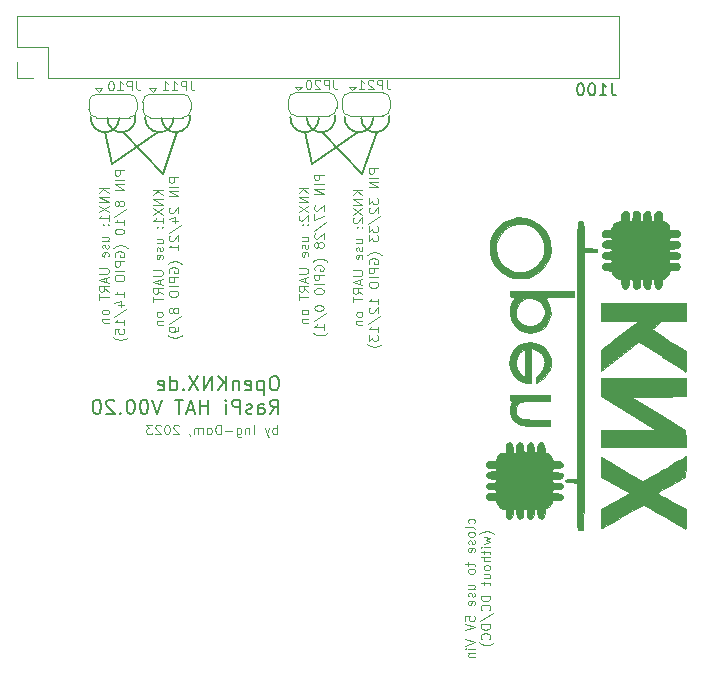
<source format=gbr>
G04 #@! TF.GenerationSoftware,KiCad,Pcbnew,(5.1.4)-1*
G04 #@! TF.CreationDate,2023-01-05T18:52:54+01:00*
G04 #@! TF.ProjectId,RasPi-HAT,52617350-692d-4484-9154-2e6b69636164,V00.20*
G04 #@! TF.SameCoordinates,Original*
G04 #@! TF.FileFunction,Legend,Bot*
G04 #@! TF.FilePolarity,Positive*
%FSLAX46Y46*%
G04 Gerber Fmt 4.6, Leading zero omitted, Abs format (unit mm)*
G04 Created by KiCad (PCBNEW (5.1.4)-1) date 2023-01-05 18:52:54*
%MOMM*%
%LPD*%
G04 APERTURE LIST*
%ADD10C,0.120000*%
%ADD11C,0.150000*%
%ADD12C,0.200000*%
%ADD13C,0.100000*%
%ADD14C,0.010000*%
G04 APERTURE END LIST*
D10*
X85101904Y-52785714D02*
X84301904Y-52785714D01*
X85101904Y-53242857D02*
X84644761Y-52900000D01*
X84301904Y-53242857D02*
X84759047Y-52785714D01*
X85101904Y-53585714D02*
X84301904Y-53585714D01*
X85101904Y-54042857D01*
X84301904Y-54042857D01*
X84301904Y-54347619D02*
X85101904Y-54880952D01*
X84301904Y-54880952D02*
X85101904Y-54347619D01*
X84378095Y-55147619D02*
X84340000Y-55185714D01*
X84301904Y-55261904D01*
X84301904Y-55452380D01*
X84340000Y-55528571D01*
X84378095Y-55566666D01*
X84454285Y-55604761D01*
X84530476Y-55604761D01*
X84644761Y-55566666D01*
X85101904Y-55109523D01*
X85101904Y-55604761D01*
X85025714Y-55947619D02*
X85063809Y-55985714D01*
X85101904Y-55947619D01*
X85063809Y-55909523D01*
X85025714Y-55947619D01*
X85101904Y-55947619D01*
X84606666Y-55947619D02*
X84644761Y-55985714D01*
X84682857Y-55947619D01*
X84644761Y-55909523D01*
X84606666Y-55947619D01*
X84682857Y-55947619D01*
X84568571Y-57280952D02*
X85101904Y-57280952D01*
X84568571Y-56938095D02*
X84987619Y-56938095D01*
X85063809Y-56976190D01*
X85101904Y-57052380D01*
X85101904Y-57166666D01*
X85063809Y-57242857D01*
X85025714Y-57280952D01*
X85063809Y-57623809D02*
X85101904Y-57700000D01*
X85101904Y-57852380D01*
X85063809Y-57928571D01*
X84987619Y-57966666D01*
X84949523Y-57966666D01*
X84873333Y-57928571D01*
X84835238Y-57852380D01*
X84835238Y-57738095D01*
X84797142Y-57661904D01*
X84720952Y-57623809D01*
X84682857Y-57623809D01*
X84606666Y-57661904D01*
X84568571Y-57738095D01*
X84568571Y-57852380D01*
X84606666Y-57928571D01*
X85063809Y-58614285D02*
X85101904Y-58538095D01*
X85101904Y-58385714D01*
X85063809Y-58309523D01*
X84987619Y-58271428D01*
X84682857Y-58271428D01*
X84606666Y-58309523D01*
X84568571Y-58385714D01*
X84568571Y-58538095D01*
X84606666Y-58614285D01*
X84682857Y-58652380D01*
X84759047Y-58652380D01*
X84835238Y-58271428D01*
X84301904Y-59604761D02*
X84949523Y-59604761D01*
X85025714Y-59642857D01*
X85063809Y-59680952D01*
X85101904Y-59757142D01*
X85101904Y-59909523D01*
X85063809Y-59985714D01*
X85025714Y-60023809D01*
X84949523Y-60061904D01*
X84301904Y-60061904D01*
X84873333Y-60404761D02*
X84873333Y-60785714D01*
X85101904Y-60328571D02*
X84301904Y-60595238D01*
X85101904Y-60861904D01*
X85101904Y-61585714D02*
X84720952Y-61319047D01*
X85101904Y-61128571D02*
X84301904Y-61128571D01*
X84301904Y-61433333D01*
X84340000Y-61509523D01*
X84378095Y-61547619D01*
X84454285Y-61585714D01*
X84568571Y-61585714D01*
X84644761Y-61547619D01*
X84682857Y-61509523D01*
X84720952Y-61433333D01*
X84720952Y-61128571D01*
X84301904Y-61814285D02*
X84301904Y-62271428D01*
X85101904Y-62042857D02*
X84301904Y-62042857D01*
X85101904Y-63261904D02*
X85063809Y-63185714D01*
X85025714Y-63147619D01*
X84949523Y-63109523D01*
X84720952Y-63109523D01*
X84644761Y-63147619D01*
X84606666Y-63185714D01*
X84568571Y-63261904D01*
X84568571Y-63376190D01*
X84606666Y-63452380D01*
X84644761Y-63490476D01*
X84720952Y-63528571D01*
X84949523Y-63528571D01*
X85025714Y-63490476D01*
X85063809Y-63452380D01*
X85101904Y-63376190D01*
X85101904Y-63261904D01*
X84568571Y-63871428D02*
X85101904Y-63871428D01*
X84644761Y-63871428D02*
X84606666Y-63909523D01*
X84568571Y-63985714D01*
X84568571Y-64100000D01*
X84606666Y-64176190D01*
X84682857Y-64214285D01*
X85101904Y-64214285D01*
X86421904Y-51700000D02*
X85621904Y-51700000D01*
X85621904Y-52004761D01*
X85660000Y-52080952D01*
X85698095Y-52119047D01*
X85774285Y-52157142D01*
X85888571Y-52157142D01*
X85964761Y-52119047D01*
X86002857Y-52080952D01*
X86040952Y-52004761D01*
X86040952Y-51700000D01*
X86421904Y-52500000D02*
X85621904Y-52500000D01*
X86421904Y-52880952D02*
X85621904Y-52880952D01*
X86421904Y-53338095D01*
X85621904Y-53338095D01*
X85698095Y-54290476D02*
X85660000Y-54328571D01*
X85621904Y-54404761D01*
X85621904Y-54595238D01*
X85660000Y-54671428D01*
X85698095Y-54709523D01*
X85774285Y-54747619D01*
X85850476Y-54747619D01*
X85964761Y-54709523D01*
X86421904Y-54252380D01*
X86421904Y-54747619D01*
X85621904Y-55014285D02*
X85621904Y-55547619D01*
X86421904Y-55204761D01*
X85583809Y-56423809D02*
X86612380Y-55738095D01*
X85698095Y-56652380D02*
X85660000Y-56690476D01*
X85621904Y-56766666D01*
X85621904Y-56957142D01*
X85660000Y-57033333D01*
X85698095Y-57071428D01*
X85774285Y-57109523D01*
X85850476Y-57109523D01*
X85964761Y-57071428D01*
X86421904Y-56614285D01*
X86421904Y-57109523D01*
X85964761Y-57566666D02*
X85926666Y-57490476D01*
X85888571Y-57452380D01*
X85812380Y-57414285D01*
X85774285Y-57414285D01*
X85698095Y-57452380D01*
X85660000Y-57490476D01*
X85621904Y-57566666D01*
X85621904Y-57719047D01*
X85660000Y-57795238D01*
X85698095Y-57833333D01*
X85774285Y-57871428D01*
X85812380Y-57871428D01*
X85888571Y-57833333D01*
X85926666Y-57795238D01*
X85964761Y-57719047D01*
X85964761Y-57566666D01*
X86002857Y-57490476D01*
X86040952Y-57452380D01*
X86117142Y-57414285D01*
X86269523Y-57414285D01*
X86345714Y-57452380D01*
X86383809Y-57490476D01*
X86421904Y-57566666D01*
X86421904Y-57719047D01*
X86383809Y-57795238D01*
X86345714Y-57833333D01*
X86269523Y-57871428D01*
X86117142Y-57871428D01*
X86040952Y-57833333D01*
X86002857Y-57795238D01*
X85964761Y-57719047D01*
X86726666Y-59052380D02*
X86688571Y-59014285D01*
X86574285Y-58938095D01*
X86498095Y-58900000D01*
X86383809Y-58861904D01*
X86193333Y-58823809D01*
X86040952Y-58823809D01*
X85850476Y-58861904D01*
X85736190Y-58900000D01*
X85660000Y-58938095D01*
X85545714Y-59014285D01*
X85507619Y-59052380D01*
X85660000Y-59776190D02*
X85621904Y-59700000D01*
X85621904Y-59585714D01*
X85660000Y-59471428D01*
X85736190Y-59395238D01*
X85812380Y-59357142D01*
X85964761Y-59319047D01*
X86079047Y-59319047D01*
X86231428Y-59357142D01*
X86307619Y-59395238D01*
X86383809Y-59471428D01*
X86421904Y-59585714D01*
X86421904Y-59661904D01*
X86383809Y-59776190D01*
X86345714Y-59814285D01*
X86079047Y-59814285D01*
X86079047Y-59661904D01*
X86421904Y-60157142D02*
X85621904Y-60157142D01*
X85621904Y-60461904D01*
X85660000Y-60538095D01*
X85698095Y-60576190D01*
X85774285Y-60614285D01*
X85888571Y-60614285D01*
X85964761Y-60576190D01*
X86002857Y-60538095D01*
X86040952Y-60461904D01*
X86040952Y-60157142D01*
X86421904Y-60957142D02*
X85621904Y-60957142D01*
X85621904Y-61490476D02*
X85621904Y-61642857D01*
X85660000Y-61719047D01*
X85736190Y-61795238D01*
X85888571Y-61833333D01*
X86155238Y-61833333D01*
X86307619Y-61795238D01*
X86383809Y-61719047D01*
X86421904Y-61642857D01*
X86421904Y-61490476D01*
X86383809Y-61414285D01*
X86307619Y-61338095D01*
X86155238Y-61300000D01*
X85888571Y-61300000D01*
X85736190Y-61338095D01*
X85660000Y-61414285D01*
X85621904Y-61490476D01*
X85621904Y-62938095D02*
X85621904Y-63014285D01*
X85660000Y-63090476D01*
X85698095Y-63128571D01*
X85774285Y-63166666D01*
X85926666Y-63204761D01*
X86117142Y-63204761D01*
X86269523Y-63166666D01*
X86345714Y-63128571D01*
X86383809Y-63090476D01*
X86421904Y-63014285D01*
X86421904Y-62938095D01*
X86383809Y-62861904D01*
X86345714Y-62823809D01*
X86269523Y-62785714D01*
X86117142Y-62747619D01*
X85926666Y-62747619D01*
X85774285Y-62785714D01*
X85698095Y-62823809D01*
X85660000Y-62861904D01*
X85621904Y-62938095D01*
X85583809Y-64119047D02*
X86612380Y-63433333D01*
X86421904Y-64804761D02*
X86421904Y-64347619D01*
X86421904Y-64576190D02*
X85621904Y-64576190D01*
X85736190Y-64500000D01*
X85812380Y-64423809D01*
X85850476Y-64347619D01*
X86726666Y-65071428D02*
X86688571Y-65109523D01*
X86574285Y-65185714D01*
X86498095Y-65223809D01*
X86383809Y-65261904D01*
X86193333Y-65300000D01*
X86040952Y-65300000D01*
X85850476Y-65261904D01*
X85736190Y-65223809D01*
X85660000Y-65185714D01*
X85545714Y-65109523D01*
X85507619Y-65071428D01*
X89701904Y-52985714D02*
X88901904Y-52985714D01*
X89701904Y-53442857D02*
X89244761Y-53100000D01*
X88901904Y-53442857D02*
X89359047Y-52985714D01*
X89701904Y-53785714D02*
X88901904Y-53785714D01*
X89701904Y-54242857D01*
X88901904Y-54242857D01*
X88901904Y-54547619D02*
X89701904Y-55080952D01*
X88901904Y-55080952D02*
X89701904Y-54547619D01*
X88978095Y-55347619D02*
X88940000Y-55385714D01*
X88901904Y-55461904D01*
X88901904Y-55652380D01*
X88940000Y-55728571D01*
X88978095Y-55766666D01*
X89054285Y-55804761D01*
X89130476Y-55804761D01*
X89244761Y-55766666D01*
X89701904Y-55309523D01*
X89701904Y-55804761D01*
X89625714Y-56147619D02*
X89663809Y-56185714D01*
X89701904Y-56147619D01*
X89663809Y-56109523D01*
X89625714Y-56147619D01*
X89701904Y-56147619D01*
X89206666Y-56147619D02*
X89244761Y-56185714D01*
X89282857Y-56147619D01*
X89244761Y-56109523D01*
X89206666Y-56147619D01*
X89282857Y-56147619D01*
X89168571Y-57480952D02*
X89701904Y-57480952D01*
X89168571Y-57138095D02*
X89587619Y-57138095D01*
X89663809Y-57176190D01*
X89701904Y-57252380D01*
X89701904Y-57366666D01*
X89663809Y-57442857D01*
X89625714Y-57480952D01*
X89663809Y-57823809D02*
X89701904Y-57900000D01*
X89701904Y-58052380D01*
X89663809Y-58128571D01*
X89587619Y-58166666D01*
X89549523Y-58166666D01*
X89473333Y-58128571D01*
X89435238Y-58052380D01*
X89435238Y-57938095D01*
X89397142Y-57861904D01*
X89320952Y-57823809D01*
X89282857Y-57823809D01*
X89206666Y-57861904D01*
X89168571Y-57938095D01*
X89168571Y-58052380D01*
X89206666Y-58128571D01*
X89663809Y-58814285D02*
X89701904Y-58738095D01*
X89701904Y-58585714D01*
X89663809Y-58509523D01*
X89587619Y-58471428D01*
X89282857Y-58471428D01*
X89206666Y-58509523D01*
X89168571Y-58585714D01*
X89168571Y-58738095D01*
X89206666Y-58814285D01*
X89282857Y-58852380D01*
X89359047Y-58852380D01*
X89435238Y-58471428D01*
X88901904Y-59804761D02*
X89549523Y-59804761D01*
X89625714Y-59842857D01*
X89663809Y-59880952D01*
X89701904Y-59957142D01*
X89701904Y-60109523D01*
X89663809Y-60185714D01*
X89625714Y-60223809D01*
X89549523Y-60261904D01*
X88901904Y-60261904D01*
X89473333Y-60604761D02*
X89473333Y-60985714D01*
X89701904Y-60528571D02*
X88901904Y-60795238D01*
X89701904Y-61061904D01*
X89701904Y-61785714D02*
X89320952Y-61519047D01*
X89701904Y-61328571D02*
X88901904Y-61328571D01*
X88901904Y-61633333D01*
X88940000Y-61709523D01*
X88978095Y-61747619D01*
X89054285Y-61785714D01*
X89168571Y-61785714D01*
X89244761Y-61747619D01*
X89282857Y-61709523D01*
X89320952Y-61633333D01*
X89320952Y-61328571D01*
X88901904Y-62014285D02*
X88901904Y-62471428D01*
X89701904Y-62242857D02*
X88901904Y-62242857D01*
X89701904Y-63461904D02*
X89663809Y-63385714D01*
X89625714Y-63347619D01*
X89549523Y-63309523D01*
X89320952Y-63309523D01*
X89244761Y-63347619D01*
X89206666Y-63385714D01*
X89168571Y-63461904D01*
X89168571Y-63576190D01*
X89206666Y-63652380D01*
X89244761Y-63690476D01*
X89320952Y-63728571D01*
X89549523Y-63728571D01*
X89625714Y-63690476D01*
X89663809Y-63652380D01*
X89701904Y-63576190D01*
X89701904Y-63461904D01*
X89168571Y-64071428D02*
X89701904Y-64071428D01*
X89244761Y-64071428D02*
X89206666Y-64109523D01*
X89168571Y-64185714D01*
X89168571Y-64300000D01*
X89206666Y-64376190D01*
X89282857Y-64414285D01*
X89701904Y-64414285D01*
X91021904Y-51138095D02*
X90221904Y-51138095D01*
X90221904Y-51442857D01*
X90260000Y-51519047D01*
X90298095Y-51557142D01*
X90374285Y-51595238D01*
X90488571Y-51595238D01*
X90564761Y-51557142D01*
X90602857Y-51519047D01*
X90640952Y-51442857D01*
X90640952Y-51138095D01*
X91021904Y-51938095D02*
X90221904Y-51938095D01*
X91021904Y-52319047D02*
X90221904Y-52319047D01*
X91021904Y-52776190D01*
X90221904Y-52776190D01*
X90221904Y-53690476D02*
X90221904Y-54185714D01*
X90526666Y-53919047D01*
X90526666Y-54033333D01*
X90564761Y-54109523D01*
X90602857Y-54147619D01*
X90679047Y-54185714D01*
X90869523Y-54185714D01*
X90945714Y-54147619D01*
X90983809Y-54109523D01*
X91021904Y-54033333D01*
X91021904Y-53804761D01*
X90983809Y-53728571D01*
X90945714Y-53690476D01*
X90298095Y-54490476D02*
X90260000Y-54528571D01*
X90221904Y-54604761D01*
X90221904Y-54795238D01*
X90260000Y-54871428D01*
X90298095Y-54909523D01*
X90374285Y-54947619D01*
X90450476Y-54947619D01*
X90564761Y-54909523D01*
X91021904Y-54452380D01*
X91021904Y-54947619D01*
X90183809Y-55861904D02*
X91212380Y-55176190D01*
X90221904Y-56052380D02*
X90221904Y-56547619D01*
X90526666Y-56280952D01*
X90526666Y-56395238D01*
X90564761Y-56471428D01*
X90602857Y-56509523D01*
X90679047Y-56547619D01*
X90869523Y-56547619D01*
X90945714Y-56509523D01*
X90983809Y-56471428D01*
X91021904Y-56395238D01*
X91021904Y-56166666D01*
X90983809Y-56090476D01*
X90945714Y-56052380D01*
X90221904Y-56814285D02*
X90221904Y-57309523D01*
X90526666Y-57042857D01*
X90526666Y-57157142D01*
X90564761Y-57233333D01*
X90602857Y-57271428D01*
X90679047Y-57309523D01*
X90869523Y-57309523D01*
X90945714Y-57271428D01*
X90983809Y-57233333D01*
X91021904Y-57157142D01*
X91021904Y-56928571D01*
X90983809Y-56852380D01*
X90945714Y-56814285D01*
X91326666Y-58490476D02*
X91288571Y-58452380D01*
X91174285Y-58376190D01*
X91098095Y-58338095D01*
X90983809Y-58300000D01*
X90793333Y-58261904D01*
X90640952Y-58261904D01*
X90450476Y-58300000D01*
X90336190Y-58338095D01*
X90260000Y-58376190D01*
X90145714Y-58452380D01*
X90107619Y-58490476D01*
X90260000Y-59214285D02*
X90221904Y-59138095D01*
X90221904Y-59023809D01*
X90260000Y-58909523D01*
X90336190Y-58833333D01*
X90412380Y-58795238D01*
X90564761Y-58757142D01*
X90679047Y-58757142D01*
X90831428Y-58795238D01*
X90907619Y-58833333D01*
X90983809Y-58909523D01*
X91021904Y-59023809D01*
X91021904Y-59100000D01*
X90983809Y-59214285D01*
X90945714Y-59252380D01*
X90679047Y-59252380D01*
X90679047Y-59100000D01*
X91021904Y-59595238D02*
X90221904Y-59595238D01*
X90221904Y-59900000D01*
X90260000Y-59976190D01*
X90298095Y-60014285D01*
X90374285Y-60052380D01*
X90488571Y-60052380D01*
X90564761Y-60014285D01*
X90602857Y-59976190D01*
X90640952Y-59900000D01*
X90640952Y-59595238D01*
X91021904Y-60395238D02*
X90221904Y-60395238D01*
X90221904Y-60928571D02*
X90221904Y-61080952D01*
X90260000Y-61157142D01*
X90336190Y-61233333D01*
X90488571Y-61271428D01*
X90755238Y-61271428D01*
X90907619Y-61233333D01*
X90983809Y-61157142D01*
X91021904Y-61080952D01*
X91021904Y-60928571D01*
X90983809Y-60852380D01*
X90907619Y-60776190D01*
X90755238Y-60738095D01*
X90488571Y-60738095D01*
X90336190Y-60776190D01*
X90260000Y-60852380D01*
X90221904Y-60928571D01*
X91021904Y-62642857D02*
X91021904Y-62185714D01*
X91021904Y-62414285D02*
X90221904Y-62414285D01*
X90336190Y-62338095D01*
X90412380Y-62261904D01*
X90450476Y-62185714D01*
X90298095Y-62947619D02*
X90260000Y-62985714D01*
X90221904Y-63061904D01*
X90221904Y-63252380D01*
X90260000Y-63328571D01*
X90298095Y-63366666D01*
X90374285Y-63404761D01*
X90450476Y-63404761D01*
X90564761Y-63366666D01*
X91021904Y-62909523D01*
X91021904Y-63404761D01*
X90183809Y-64319047D02*
X91212380Y-63633333D01*
X91021904Y-65004761D02*
X91021904Y-64547619D01*
X91021904Y-64776190D02*
X90221904Y-64776190D01*
X90336190Y-64700000D01*
X90412380Y-64623809D01*
X90450476Y-64547619D01*
X90221904Y-65271428D02*
X90221904Y-65766666D01*
X90526666Y-65500000D01*
X90526666Y-65614285D01*
X90564761Y-65690476D01*
X90602857Y-65728571D01*
X90679047Y-65766666D01*
X90869523Y-65766666D01*
X90945714Y-65728571D01*
X90983809Y-65690476D01*
X91021904Y-65614285D01*
X91021904Y-65385714D01*
X90983809Y-65309523D01*
X90945714Y-65271428D01*
X91326666Y-66033333D02*
X91288571Y-66071428D01*
X91174285Y-66147619D01*
X91098095Y-66185714D01*
X90983809Y-66223809D01*
X90793333Y-66261904D01*
X90640952Y-66261904D01*
X90450476Y-66223809D01*
X90336190Y-66185714D01*
X90260000Y-66147619D01*
X90145714Y-66071428D01*
X90107619Y-66033333D01*
D11*
X87379514Y-46702721D02*
G75*
G02X84995843Y-46900000I-1183672J-197279D01*
G01*
X86004158Y-46900000D02*
G75*
G02X83600001Y-46800001I-1204158J0D01*
G01*
X91979514Y-46702721D02*
G75*
G02X89595843Y-46900000I-1183672J-197279D01*
G01*
X89700000Y-51600000D02*
X90900000Y-48100000D01*
X84800000Y-48100000D02*
X85400000Y-50800000D01*
X90604158Y-46900000D02*
G75*
G02X88200001Y-46800001I-1204158J0D01*
G01*
X89300000Y-48100000D02*
X85400000Y-50800000D01*
X86300000Y-48100000D02*
X89700000Y-51600000D01*
X72800000Y-51600000D02*
X74000000Y-48100000D01*
X69400000Y-48100000D02*
X72800000Y-51600000D01*
X72400000Y-48100000D02*
X68500000Y-50800000D01*
X67900000Y-48100000D02*
X68500000Y-50800000D01*
X75079514Y-46702721D02*
G75*
G02X72695843Y-46900000I-1183672J-197279D01*
G01*
X73704158Y-46900000D02*
G75*
G02X71300001Y-46800001I-1204158J0D01*
G01*
D10*
X72801904Y-52985714D02*
X72001904Y-52985714D01*
X72801904Y-53442857D02*
X72344761Y-53100000D01*
X72001904Y-53442857D02*
X72459047Y-52985714D01*
X72801904Y-53785714D02*
X72001904Y-53785714D01*
X72801904Y-54242857D01*
X72001904Y-54242857D01*
X72001904Y-54547619D02*
X72801904Y-55080952D01*
X72001904Y-55080952D02*
X72801904Y-54547619D01*
X72801904Y-55804761D02*
X72801904Y-55347619D01*
X72801904Y-55576190D02*
X72001904Y-55576190D01*
X72116190Y-55500000D01*
X72192380Y-55423809D01*
X72230476Y-55347619D01*
X72725714Y-56147619D02*
X72763809Y-56185714D01*
X72801904Y-56147619D01*
X72763809Y-56109523D01*
X72725714Y-56147619D01*
X72801904Y-56147619D01*
X72306666Y-56147619D02*
X72344761Y-56185714D01*
X72382857Y-56147619D01*
X72344761Y-56109523D01*
X72306666Y-56147619D01*
X72382857Y-56147619D01*
X72268571Y-57480952D02*
X72801904Y-57480952D01*
X72268571Y-57138095D02*
X72687619Y-57138095D01*
X72763809Y-57176190D01*
X72801904Y-57252380D01*
X72801904Y-57366666D01*
X72763809Y-57442857D01*
X72725714Y-57480952D01*
X72763809Y-57823809D02*
X72801904Y-57900000D01*
X72801904Y-58052380D01*
X72763809Y-58128571D01*
X72687619Y-58166666D01*
X72649523Y-58166666D01*
X72573333Y-58128571D01*
X72535238Y-58052380D01*
X72535238Y-57938095D01*
X72497142Y-57861904D01*
X72420952Y-57823809D01*
X72382857Y-57823809D01*
X72306666Y-57861904D01*
X72268571Y-57938095D01*
X72268571Y-58052380D01*
X72306666Y-58128571D01*
X72763809Y-58814285D02*
X72801904Y-58738095D01*
X72801904Y-58585714D01*
X72763809Y-58509523D01*
X72687619Y-58471428D01*
X72382857Y-58471428D01*
X72306666Y-58509523D01*
X72268571Y-58585714D01*
X72268571Y-58738095D01*
X72306666Y-58814285D01*
X72382857Y-58852380D01*
X72459047Y-58852380D01*
X72535238Y-58471428D01*
X72001904Y-59804761D02*
X72649523Y-59804761D01*
X72725714Y-59842857D01*
X72763809Y-59880952D01*
X72801904Y-59957142D01*
X72801904Y-60109523D01*
X72763809Y-60185714D01*
X72725714Y-60223809D01*
X72649523Y-60261904D01*
X72001904Y-60261904D01*
X72573333Y-60604761D02*
X72573333Y-60985714D01*
X72801904Y-60528571D02*
X72001904Y-60795238D01*
X72801904Y-61061904D01*
X72801904Y-61785714D02*
X72420952Y-61519047D01*
X72801904Y-61328571D02*
X72001904Y-61328571D01*
X72001904Y-61633333D01*
X72040000Y-61709523D01*
X72078095Y-61747619D01*
X72154285Y-61785714D01*
X72268571Y-61785714D01*
X72344761Y-61747619D01*
X72382857Y-61709523D01*
X72420952Y-61633333D01*
X72420952Y-61328571D01*
X72001904Y-62014285D02*
X72001904Y-62471428D01*
X72801904Y-62242857D02*
X72001904Y-62242857D01*
X72801904Y-63461904D02*
X72763809Y-63385714D01*
X72725714Y-63347619D01*
X72649523Y-63309523D01*
X72420952Y-63309523D01*
X72344761Y-63347619D01*
X72306666Y-63385714D01*
X72268571Y-63461904D01*
X72268571Y-63576190D01*
X72306666Y-63652380D01*
X72344761Y-63690476D01*
X72420952Y-63728571D01*
X72649523Y-63728571D01*
X72725714Y-63690476D01*
X72763809Y-63652380D01*
X72801904Y-63576190D01*
X72801904Y-63461904D01*
X72268571Y-64071428D02*
X72801904Y-64071428D01*
X72344761Y-64071428D02*
X72306666Y-64109523D01*
X72268571Y-64185714D01*
X72268571Y-64299999D01*
X72306666Y-64376190D01*
X72382857Y-64414285D01*
X72801904Y-64414285D01*
X74121904Y-51900000D02*
X73321904Y-51900000D01*
X73321904Y-52204761D01*
X73360000Y-52280952D01*
X73398095Y-52319047D01*
X73474285Y-52357142D01*
X73588571Y-52357142D01*
X73664761Y-52319047D01*
X73702857Y-52280952D01*
X73740952Y-52204761D01*
X73740952Y-51900000D01*
X74121904Y-52700000D02*
X73321904Y-52700000D01*
X74121904Y-53080952D02*
X73321904Y-53080952D01*
X74121904Y-53538095D01*
X73321904Y-53538095D01*
X73398095Y-54490476D02*
X73360000Y-54528571D01*
X73321904Y-54604761D01*
X73321904Y-54795238D01*
X73360000Y-54871428D01*
X73398095Y-54909523D01*
X73474285Y-54947619D01*
X73550476Y-54947619D01*
X73664761Y-54909523D01*
X74121904Y-54452380D01*
X74121904Y-54947619D01*
X73588571Y-55633333D02*
X74121904Y-55633333D01*
X73283809Y-55442857D02*
X73855238Y-55252380D01*
X73855238Y-55747619D01*
X73283809Y-56623809D02*
X74312380Y-55938095D01*
X73398095Y-56852380D02*
X73360000Y-56890476D01*
X73321904Y-56966666D01*
X73321904Y-57157142D01*
X73360000Y-57233333D01*
X73398095Y-57271428D01*
X73474285Y-57309523D01*
X73550476Y-57309523D01*
X73664761Y-57271428D01*
X74121904Y-56814285D01*
X74121904Y-57309523D01*
X74121904Y-58071428D02*
X74121904Y-57614285D01*
X74121904Y-57842857D02*
X73321904Y-57842857D01*
X73436190Y-57766666D01*
X73512380Y-57690476D01*
X73550476Y-57614285D01*
X74426666Y-59252380D02*
X74388571Y-59214285D01*
X74274285Y-59138095D01*
X74198095Y-59100000D01*
X74083809Y-59061904D01*
X73893333Y-59023809D01*
X73740952Y-59023809D01*
X73550476Y-59061904D01*
X73436190Y-59100000D01*
X73360000Y-59138095D01*
X73245714Y-59214285D01*
X73207619Y-59252380D01*
X73360000Y-59976190D02*
X73321904Y-59900000D01*
X73321904Y-59785714D01*
X73360000Y-59671428D01*
X73436190Y-59595238D01*
X73512380Y-59557142D01*
X73664761Y-59519047D01*
X73779047Y-59519047D01*
X73931428Y-59557142D01*
X74007619Y-59595238D01*
X74083809Y-59671428D01*
X74121904Y-59785714D01*
X74121904Y-59861904D01*
X74083809Y-59976190D01*
X74045714Y-60014285D01*
X73779047Y-60014285D01*
X73779047Y-59861904D01*
X74121904Y-60357142D02*
X73321904Y-60357142D01*
X73321904Y-60661904D01*
X73360000Y-60738095D01*
X73398095Y-60776190D01*
X73474285Y-60814285D01*
X73588571Y-60814285D01*
X73664761Y-60776190D01*
X73702857Y-60738095D01*
X73740952Y-60661904D01*
X73740952Y-60357142D01*
X74121904Y-61157142D02*
X73321904Y-61157142D01*
X73321904Y-61690476D02*
X73321904Y-61842857D01*
X73360000Y-61919047D01*
X73436190Y-61995238D01*
X73588571Y-62033333D01*
X73855238Y-62033333D01*
X74007619Y-61995238D01*
X74083809Y-61919047D01*
X74121904Y-61842857D01*
X74121904Y-61690476D01*
X74083809Y-61614285D01*
X74007619Y-61538095D01*
X73855238Y-61500000D01*
X73588571Y-61500000D01*
X73436190Y-61538095D01*
X73360000Y-61614285D01*
X73321904Y-61690476D01*
X73664761Y-63100000D02*
X73626666Y-63023809D01*
X73588571Y-62985714D01*
X73512380Y-62947619D01*
X73474285Y-62947619D01*
X73398095Y-62985714D01*
X73360000Y-63023809D01*
X73321904Y-63100000D01*
X73321904Y-63252380D01*
X73360000Y-63328571D01*
X73398095Y-63366666D01*
X73474285Y-63404761D01*
X73512380Y-63404761D01*
X73588571Y-63366666D01*
X73626666Y-63328571D01*
X73664761Y-63252380D01*
X73664761Y-63100000D01*
X73702857Y-63023809D01*
X73740952Y-62985714D01*
X73817142Y-62947619D01*
X73969523Y-62947619D01*
X74045714Y-62985714D01*
X74083809Y-63023809D01*
X74121904Y-63100000D01*
X74121904Y-63252380D01*
X74083809Y-63328571D01*
X74045714Y-63366666D01*
X73969523Y-63404761D01*
X73817142Y-63404761D01*
X73740952Y-63366666D01*
X73702857Y-63328571D01*
X73664761Y-63252380D01*
X73283809Y-64319047D02*
X74312380Y-63633333D01*
X74121904Y-64623809D02*
X74121904Y-64776190D01*
X74083809Y-64852380D01*
X74045714Y-64890476D01*
X73931428Y-64966666D01*
X73779047Y-65004761D01*
X73474285Y-65004761D01*
X73398095Y-64966666D01*
X73360000Y-64928571D01*
X73321904Y-64852380D01*
X73321904Y-64700000D01*
X73360000Y-64623809D01*
X73398095Y-64585714D01*
X73474285Y-64547619D01*
X73664761Y-64547619D01*
X73740952Y-64585714D01*
X73779047Y-64623809D01*
X73817142Y-64700000D01*
X73817142Y-64852380D01*
X73779047Y-64928571D01*
X73740952Y-64966666D01*
X73664761Y-65004761D01*
X74426666Y-65271428D02*
X74388571Y-65309523D01*
X74274285Y-65385714D01*
X74198095Y-65423809D01*
X74083809Y-65461904D01*
X73893333Y-65500000D01*
X73740952Y-65500000D01*
X73550476Y-65461904D01*
X73436190Y-65423809D01*
X73360000Y-65385714D01*
X73245714Y-65309523D01*
X73207619Y-65271428D01*
D11*
X70479514Y-46702721D02*
G75*
G02X68095843Y-46900000I-1183672J-197279D01*
G01*
X69104158Y-46900000D02*
G75*
G02X66700001Y-46800001I-1204158J0D01*
G01*
D10*
X68201904Y-52785714D02*
X67401904Y-52785714D01*
X68201904Y-53242857D02*
X67744761Y-52900000D01*
X67401904Y-53242857D02*
X67859047Y-52785714D01*
X68201904Y-53585714D02*
X67401904Y-53585714D01*
X68201904Y-54042857D01*
X67401904Y-54042857D01*
X67401904Y-54347619D02*
X68201904Y-54880952D01*
X67401904Y-54880952D02*
X68201904Y-54347619D01*
X68201904Y-55604761D02*
X68201904Y-55147619D01*
X68201904Y-55376190D02*
X67401904Y-55376190D01*
X67516190Y-55300000D01*
X67592380Y-55223809D01*
X67630476Y-55147619D01*
X68125714Y-55947619D02*
X68163809Y-55985714D01*
X68201904Y-55947619D01*
X68163809Y-55909523D01*
X68125714Y-55947619D01*
X68201904Y-55947619D01*
X67706666Y-55947619D02*
X67744761Y-55985714D01*
X67782857Y-55947619D01*
X67744761Y-55909523D01*
X67706666Y-55947619D01*
X67782857Y-55947619D01*
X67668571Y-57280952D02*
X68201904Y-57280952D01*
X67668571Y-56938095D02*
X68087619Y-56938095D01*
X68163809Y-56976190D01*
X68201904Y-57052380D01*
X68201904Y-57166666D01*
X68163809Y-57242857D01*
X68125714Y-57280952D01*
X68163809Y-57623809D02*
X68201904Y-57700000D01*
X68201904Y-57852380D01*
X68163809Y-57928571D01*
X68087619Y-57966666D01*
X68049523Y-57966666D01*
X67973333Y-57928571D01*
X67935238Y-57852380D01*
X67935238Y-57738095D01*
X67897142Y-57661904D01*
X67820952Y-57623809D01*
X67782857Y-57623809D01*
X67706666Y-57661904D01*
X67668571Y-57738095D01*
X67668571Y-57852380D01*
X67706666Y-57928571D01*
X68163809Y-58614285D02*
X68201904Y-58538095D01*
X68201904Y-58385714D01*
X68163809Y-58309523D01*
X68087619Y-58271428D01*
X67782857Y-58271428D01*
X67706666Y-58309523D01*
X67668571Y-58385714D01*
X67668571Y-58538095D01*
X67706666Y-58614285D01*
X67782857Y-58652380D01*
X67859047Y-58652380D01*
X67935238Y-58271428D01*
X67401904Y-59604761D02*
X68049523Y-59604761D01*
X68125714Y-59642857D01*
X68163809Y-59680952D01*
X68201904Y-59757142D01*
X68201904Y-59909523D01*
X68163809Y-59985714D01*
X68125714Y-60023809D01*
X68049523Y-60061904D01*
X67401904Y-60061904D01*
X67973333Y-60404761D02*
X67973333Y-60785714D01*
X68201904Y-60328571D02*
X67401904Y-60595238D01*
X68201904Y-60861904D01*
X68201904Y-61585714D02*
X67820952Y-61319047D01*
X68201904Y-61128571D02*
X67401904Y-61128571D01*
X67401904Y-61433333D01*
X67440000Y-61509523D01*
X67478095Y-61547619D01*
X67554285Y-61585714D01*
X67668571Y-61585714D01*
X67744761Y-61547619D01*
X67782857Y-61509523D01*
X67820952Y-61433333D01*
X67820952Y-61128571D01*
X67401904Y-61814285D02*
X67401904Y-62271428D01*
X68201904Y-62042857D02*
X67401904Y-62042857D01*
X68201904Y-63261904D02*
X68163809Y-63185714D01*
X68125714Y-63147619D01*
X68049523Y-63109523D01*
X67820952Y-63109523D01*
X67744761Y-63147619D01*
X67706666Y-63185714D01*
X67668571Y-63261904D01*
X67668571Y-63376190D01*
X67706666Y-63452380D01*
X67744761Y-63490476D01*
X67820952Y-63528571D01*
X68049523Y-63528571D01*
X68125714Y-63490476D01*
X68163809Y-63452380D01*
X68201904Y-63376190D01*
X68201904Y-63261904D01*
X67668571Y-63871428D02*
X68201904Y-63871428D01*
X67744761Y-63871428D02*
X67706666Y-63909523D01*
X67668571Y-63985714D01*
X67668571Y-64099999D01*
X67706666Y-64176190D01*
X67782857Y-64214285D01*
X68201904Y-64214285D01*
X69521904Y-51319047D02*
X68721904Y-51319047D01*
X68721904Y-51623809D01*
X68760000Y-51700000D01*
X68798095Y-51738095D01*
X68874285Y-51776190D01*
X68988571Y-51776190D01*
X69064761Y-51738095D01*
X69102857Y-51700000D01*
X69140952Y-51623809D01*
X69140952Y-51319047D01*
X69521904Y-52119047D02*
X68721904Y-52119047D01*
X69521904Y-52500000D02*
X68721904Y-52500000D01*
X69521904Y-52957142D01*
X68721904Y-52957142D01*
X69064761Y-54061904D02*
X69026666Y-53985714D01*
X68988571Y-53947619D01*
X68912380Y-53909523D01*
X68874285Y-53909523D01*
X68798095Y-53947619D01*
X68760000Y-53985714D01*
X68721904Y-54061904D01*
X68721904Y-54214285D01*
X68760000Y-54290476D01*
X68798095Y-54328571D01*
X68874285Y-54366666D01*
X68912380Y-54366666D01*
X68988571Y-54328571D01*
X69026666Y-54290476D01*
X69064761Y-54214285D01*
X69064761Y-54061904D01*
X69102857Y-53985714D01*
X69140952Y-53947619D01*
X69217142Y-53909523D01*
X69369523Y-53909523D01*
X69445714Y-53947619D01*
X69483809Y-53985714D01*
X69521904Y-54061904D01*
X69521904Y-54214285D01*
X69483809Y-54290476D01*
X69445714Y-54328571D01*
X69369523Y-54366666D01*
X69217142Y-54366666D01*
X69140952Y-54328571D01*
X69102857Y-54290476D01*
X69064761Y-54214285D01*
X68683809Y-55280952D02*
X69712380Y-54595238D01*
X69521904Y-55966666D02*
X69521904Y-55509523D01*
X69521904Y-55738095D02*
X68721904Y-55738095D01*
X68836190Y-55661904D01*
X68912380Y-55585714D01*
X68950476Y-55509523D01*
X68721904Y-56461904D02*
X68721904Y-56538095D01*
X68760000Y-56614285D01*
X68798095Y-56652380D01*
X68874285Y-56690476D01*
X69026666Y-56728571D01*
X69217142Y-56728571D01*
X69369523Y-56690476D01*
X69445714Y-56652380D01*
X69483809Y-56614285D01*
X69521904Y-56538095D01*
X69521904Y-56461904D01*
X69483809Y-56385714D01*
X69445714Y-56347619D01*
X69369523Y-56309523D01*
X69217142Y-56271428D01*
X69026666Y-56271428D01*
X68874285Y-56309523D01*
X68798095Y-56347619D01*
X68760000Y-56385714D01*
X68721904Y-56461904D01*
X69826666Y-57909523D02*
X69788571Y-57871428D01*
X69674285Y-57795238D01*
X69598095Y-57757142D01*
X69483809Y-57719047D01*
X69293333Y-57680952D01*
X69140952Y-57680952D01*
X68950476Y-57719047D01*
X68836190Y-57757142D01*
X68760000Y-57795238D01*
X68645714Y-57871428D01*
X68607619Y-57909523D01*
X68760000Y-58633333D02*
X68721904Y-58557142D01*
X68721904Y-58442857D01*
X68760000Y-58328571D01*
X68836190Y-58252380D01*
X68912380Y-58214285D01*
X69064761Y-58176190D01*
X69179047Y-58176190D01*
X69331428Y-58214285D01*
X69407619Y-58252380D01*
X69483809Y-58328571D01*
X69521904Y-58442857D01*
X69521904Y-58519047D01*
X69483809Y-58633333D01*
X69445714Y-58671428D01*
X69179047Y-58671428D01*
X69179047Y-58519047D01*
X69521904Y-59014285D02*
X68721904Y-59014285D01*
X68721904Y-59319047D01*
X68760000Y-59395238D01*
X68798095Y-59433333D01*
X68874285Y-59471428D01*
X68988571Y-59471428D01*
X69064761Y-59433333D01*
X69102857Y-59395238D01*
X69140952Y-59319047D01*
X69140952Y-59014285D01*
X69521904Y-59814285D02*
X68721904Y-59814285D01*
X68721904Y-60347619D02*
X68721904Y-60500000D01*
X68760000Y-60576190D01*
X68836190Y-60652380D01*
X68988571Y-60690476D01*
X69255238Y-60690476D01*
X69407619Y-60652380D01*
X69483809Y-60576190D01*
X69521904Y-60500000D01*
X69521904Y-60347619D01*
X69483809Y-60271428D01*
X69407619Y-60195238D01*
X69255238Y-60157142D01*
X68988571Y-60157142D01*
X68836190Y-60195238D01*
X68760000Y-60271428D01*
X68721904Y-60347619D01*
X69521904Y-62061904D02*
X69521904Y-61604761D01*
X69521904Y-61833333D02*
X68721904Y-61833333D01*
X68836190Y-61757142D01*
X68912380Y-61680952D01*
X68950476Y-61604761D01*
X68988571Y-62747619D02*
X69521904Y-62747619D01*
X68683809Y-62557142D02*
X69255238Y-62366666D01*
X69255238Y-62861904D01*
X68683809Y-63738095D02*
X69712380Y-63052380D01*
X69521904Y-64423809D02*
X69521904Y-63966666D01*
X69521904Y-64195238D02*
X68721904Y-64195238D01*
X68836190Y-64119047D01*
X68912380Y-64042857D01*
X68950476Y-63966666D01*
X68721904Y-65147619D02*
X68721904Y-64766666D01*
X69102857Y-64728571D01*
X69064761Y-64766666D01*
X69026666Y-64842857D01*
X69026666Y-65033333D01*
X69064761Y-65109523D01*
X69102857Y-65147619D01*
X69179047Y-65185714D01*
X69369523Y-65185714D01*
X69445714Y-65147619D01*
X69483809Y-65109523D01*
X69521904Y-65033333D01*
X69521904Y-64842857D01*
X69483809Y-64766666D01*
X69445714Y-64728571D01*
X69826666Y-65452380D02*
X69788571Y-65490476D01*
X69674285Y-65566666D01*
X69598095Y-65604761D01*
X69483809Y-65642857D01*
X69293333Y-65680952D01*
X69140952Y-65680952D01*
X68950476Y-65642857D01*
X68836190Y-65604761D01*
X68760000Y-65566666D01*
X68645714Y-65490476D01*
X68607619Y-65452380D01*
D12*
X82355714Y-68742857D02*
X82127142Y-68742857D01*
X82012857Y-68800000D01*
X81898571Y-68914285D01*
X81841428Y-69142857D01*
X81841428Y-69542857D01*
X81898571Y-69771428D01*
X82012857Y-69885714D01*
X82127142Y-69942857D01*
X82355714Y-69942857D01*
X82470000Y-69885714D01*
X82584285Y-69771428D01*
X82641428Y-69542857D01*
X82641428Y-69142857D01*
X82584285Y-68914285D01*
X82470000Y-68800000D01*
X82355714Y-68742857D01*
X81327142Y-69142857D02*
X81327142Y-70342857D01*
X81327142Y-69200000D02*
X81212857Y-69142857D01*
X80984285Y-69142857D01*
X80870000Y-69200000D01*
X80812857Y-69257142D01*
X80755714Y-69371428D01*
X80755714Y-69714285D01*
X80812857Y-69828571D01*
X80870000Y-69885714D01*
X80984285Y-69942857D01*
X81212857Y-69942857D01*
X81327142Y-69885714D01*
X79784285Y-69885714D02*
X79898571Y-69942857D01*
X80127142Y-69942857D01*
X80241428Y-69885714D01*
X80298571Y-69771428D01*
X80298571Y-69314285D01*
X80241428Y-69200000D01*
X80127142Y-69142857D01*
X79898571Y-69142857D01*
X79784285Y-69200000D01*
X79727142Y-69314285D01*
X79727142Y-69428571D01*
X80298571Y-69542857D01*
X79212857Y-69142857D02*
X79212857Y-69942857D01*
X79212857Y-69257142D02*
X79155714Y-69200000D01*
X79041428Y-69142857D01*
X78870000Y-69142857D01*
X78755714Y-69200000D01*
X78698571Y-69314285D01*
X78698571Y-69942857D01*
X78127142Y-69942857D02*
X78127142Y-68742857D01*
X77441428Y-69942857D02*
X77955714Y-69257142D01*
X77441428Y-68742857D02*
X78127142Y-69428571D01*
X76927142Y-69942857D02*
X76927142Y-68742857D01*
X76241428Y-69942857D01*
X76241428Y-68742857D01*
X75784285Y-68742857D02*
X74984285Y-69942857D01*
X74984285Y-68742857D02*
X75784285Y-69942857D01*
X74527142Y-69828571D02*
X74470000Y-69885714D01*
X74527142Y-69942857D01*
X74584285Y-69885714D01*
X74527142Y-69828571D01*
X74527142Y-69942857D01*
X73441428Y-69942857D02*
X73441428Y-68742857D01*
X73441428Y-69885714D02*
X73555714Y-69942857D01*
X73784285Y-69942857D01*
X73898571Y-69885714D01*
X73955714Y-69828571D01*
X74012857Y-69714285D01*
X74012857Y-69371428D01*
X73955714Y-69257142D01*
X73898571Y-69200000D01*
X73784285Y-69142857D01*
X73555714Y-69142857D01*
X73441428Y-69200000D01*
X72412857Y-69885714D02*
X72527142Y-69942857D01*
X72755714Y-69942857D01*
X72870000Y-69885714D01*
X72927142Y-69771428D01*
X72927142Y-69314285D01*
X72870000Y-69200000D01*
X72755714Y-69142857D01*
X72527142Y-69142857D01*
X72412857Y-69200000D01*
X72355714Y-69314285D01*
X72355714Y-69428571D01*
X72927142Y-69542857D01*
X81898571Y-71942857D02*
X82298571Y-71371428D01*
X82584285Y-71942857D02*
X82584285Y-70742857D01*
X82127142Y-70742857D01*
X82012857Y-70800000D01*
X81955714Y-70857142D01*
X81898571Y-70971428D01*
X81898571Y-71142857D01*
X81955714Y-71257142D01*
X82012857Y-71314285D01*
X82127142Y-71371428D01*
X82584285Y-71371428D01*
X80870000Y-71942857D02*
X80870000Y-71314285D01*
X80927142Y-71200000D01*
X81041428Y-71142857D01*
X81270000Y-71142857D01*
X81384285Y-71200000D01*
X80870000Y-71885714D02*
X80984285Y-71942857D01*
X81270000Y-71942857D01*
X81384285Y-71885714D01*
X81441428Y-71771428D01*
X81441428Y-71657142D01*
X81384285Y-71542857D01*
X81270000Y-71485714D01*
X80984285Y-71485714D01*
X80870000Y-71428571D01*
X80355714Y-71885714D02*
X80241428Y-71942857D01*
X80012857Y-71942857D01*
X79898571Y-71885714D01*
X79841428Y-71771428D01*
X79841428Y-71714285D01*
X79898571Y-71600000D01*
X80012857Y-71542857D01*
X80184285Y-71542857D01*
X80298571Y-71485714D01*
X80355714Y-71371428D01*
X80355714Y-71314285D01*
X80298571Y-71200000D01*
X80184285Y-71142857D01*
X80012857Y-71142857D01*
X79898571Y-71200000D01*
X79327142Y-71942857D02*
X79327142Y-70742857D01*
X78870000Y-70742857D01*
X78755714Y-70800000D01*
X78698571Y-70857142D01*
X78641428Y-70971428D01*
X78641428Y-71142857D01*
X78698571Y-71257142D01*
X78755714Y-71314285D01*
X78870000Y-71371428D01*
X79327142Y-71371428D01*
X78127142Y-71942857D02*
X78127142Y-71142857D01*
X78127142Y-70742857D02*
X78184285Y-70800000D01*
X78127142Y-70857142D01*
X78070000Y-70800000D01*
X78127142Y-70742857D01*
X78127142Y-70857142D01*
X76641428Y-71942857D02*
X76641428Y-70742857D01*
X76641428Y-71314285D02*
X75955714Y-71314285D01*
X75955714Y-71942857D02*
X75955714Y-70742857D01*
X75441428Y-71600000D02*
X74870000Y-71600000D01*
X75555714Y-71942857D02*
X75155714Y-70742857D01*
X74755714Y-71942857D01*
X74527142Y-70742857D02*
X73841428Y-70742857D01*
X74184285Y-71942857D02*
X74184285Y-70742857D01*
X72698571Y-70742857D02*
X72298571Y-71942857D01*
X71898571Y-70742857D01*
X71270000Y-70742857D02*
X71155714Y-70742857D01*
X71041428Y-70800000D01*
X70984285Y-70857142D01*
X70927142Y-70971428D01*
X70870000Y-71200000D01*
X70870000Y-71485714D01*
X70927142Y-71714285D01*
X70984285Y-71828571D01*
X71041428Y-71885714D01*
X71155714Y-71942857D01*
X71270000Y-71942857D01*
X71384285Y-71885714D01*
X71441428Y-71828571D01*
X71498571Y-71714285D01*
X71555714Y-71485714D01*
X71555714Y-71200000D01*
X71498571Y-70971428D01*
X71441428Y-70857142D01*
X71384285Y-70800000D01*
X71270000Y-70742857D01*
X70127142Y-70742857D02*
X70012857Y-70742857D01*
X69898571Y-70800000D01*
X69841428Y-70857142D01*
X69784285Y-70971428D01*
X69727142Y-71200000D01*
X69727142Y-71485714D01*
X69784285Y-71714285D01*
X69841428Y-71828571D01*
X69898571Y-71885714D01*
X70012857Y-71942857D01*
X70127142Y-71942857D01*
X70241428Y-71885714D01*
X70298571Y-71828571D01*
X70355714Y-71714285D01*
X70412857Y-71485714D01*
X70412857Y-71200000D01*
X70355714Y-70971428D01*
X70298571Y-70857142D01*
X70241428Y-70800000D01*
X70127142Y-70742857D01*
X69212857Y-71828571D02*
X69155714Y-71885714D01*
X69212857Y-71942857D01*
X69270000Y-71885714D01*
X69212857Y-71828571D01*
X69212857Y-71942857D01*
X68698571Y-70857142D02*
X68641428Y-70800000D01*
X68527142Y-70742857D01*
X68241428Y-70742857D01*
X68127142Y-70800000D01*
X68070000Y-70857142D01*
X68012857Y-70971428D01*
X68012857Y-71085714D01*
X68070000Y-71257142D01*
X68755714Y-71942857D01*
X68012857Y-71942857D01*
X67270000Y-70742857D02*
X67155714Y-70742857D01*
X67041428Y-70800000D01*
X66984285Y-70857142D01*
X66927142Y-70971428D01*
X66870000Y-71200000D01*
X66870000Y-71485714D01*
X66927142Y-71714285D01*
X66984285Y-71828571D01*
X67041428Y-71885714D01*
X67155714Y-71942857D01*
X67270000Y-71942857D01*
X67384285Y-71885714D01*
X67441428Y-71828571D01*
X67498571Y-71714285D01*
X67555714Y-71485714D01*
X67555714Y-71200000D01*
X67498571Y-70971428D01*
X67441428Y-70857142D01*
X67384285Y-70800000D01*
X67270000Y-70742857D01*
D13*
X82444523Y-73661904D02*
X82444523Y-72861904D01*
X82444523Y-73166666D02*
X82368333Y-73128571D01*
X82215952Y-73128571D01*
X82139761Y-73166666D01*
X82101666Y-73204761D01*
X82063571Y-73280952D01*
X82063571Y-73509523D01*
X82101666Y-73585714D01*
X82139761Y-73623809D01*
X82215952Y-73661904D01*
X82368333Y-73661904D01*
X82444523Y-73623809D01*
X81796904Y-73128571D02*
X81606428Y-73661904D01*
X81415952Y-73128571D02*
X81606428Y-73661904D01*
X81682619Y-73852380D01*
X81720714Y-73890476D01*
X81796904Y-73928571D01*
X80501666Y-73661904D02*
X80501666Y-72861904D01*
X80120714Y-73128571D02*
X80120714Y-73661904D01*
X80120714Y-73204761D02*
X80082619Y-73166666D01*
X80006428Y-73128571D01*
X79892142Y-73128571D01*
X79815952Y-73166666D01*
X79777857Y-73242857D01*
X79777857Y-73661904D01*
X79054047Y-73128571D02*
X79054047Y-73776190D01*
X79092142Y-73852380D01*
X79130238Y-73890476D01*
X79206428Y-73928571D01*
X79320714Y-73928571D01*
X79396904Y-73890476D01*
X79054047Y-73623809D02*
X79130238Y-73661904D01*
X79282619Y-73661904D01*
X79358809Y-73623809D01*
X79396904Y-73585714D01*
X79435000Y-73509523D01*
X79435000Y-73280952D01*
X79396904Y-73204761D01*
X79358809Y-73166666D01*
X79282619Y-73128571D01*
X79130238Y-73128571D01*
X79054047Y-73166666D01*
X78673095Y-73357142D02*
X78063571Y-73357142D01*
X77682619Y-73661904D02*
X77682619Y-72861904D01*
X77492142Y-72861904D01*
X77377857Y-72900000D01*
X77301666Y-72976190D01*
X77263571Y-73052380D01*
X77225476Y-73204761D01*
X77225476Y-73319047D01*
X77263571Y-73471428D01*
X77301666Y-73547619D01*
X77377857Y-73623809D01*
X77492142Y-73661904D01*
X77682619Y-73661904D01*
X76768333Y-73661904D02*
X76844523Y-73623809D01*
X76882619Y-73585714D01*
X76920714Y-73509523D01*
X76920714Y-73280952D01*
X76882619Y-73204761D01*
X76844523Y-73166666D01*
X76768333Y-73128571D01*
X76654047Y-73128571D01*
X76577857Y-73166666D01*
X76539761Y-73204761D01*
X76501666Y-73280952D01*
X76501666Y-73509523D01*
X76539761Y-73585714D01*
X76577857Y-73623809D01*
X76654047Y-73661904D01*
X76768333Y-73661904D01*
X76158809Y-73661904D02*
X76158809Y-73128571D01*
X76158809Y-73204761D02*
X76120714Y-73166666D01*
X76044523Y-73128571D01*
X75930238Y-73128571D01*
X75854047Y-73166666D01*
X75815952Y-73242857D01*
X75815952Y-73661904D01*
X75815952Y-73242857D02*
X75777857Y-73166666D01*
X75701666Y-73128571D01*
X75587380Y-73128571D01*
X75511190Y-73166666D01*
X75473095Y-73242857D01*
X75473095Y-73661904D01*
X75054047Y-73623809D02*
X75054047Y-73661904D01*
X75092142Y-73738095D01*
X75130238Y-73776190D01*
X74139761Y-72938095D02*
X74101666Y-72900000D01*
X74025476Y-72861904D01*
X73835000Y-72861904D01*
X73758809Y-72900000D01*
X73720714Y-72938095D01*
X73682619Y-73014285D01*
X73682619Y-73090476D01*
X73720714Y-73204761D01*
X74177857Y-73661904D01*
X73682619Y-73661904D01*
X73187380Y-72861904D02*
X73111190Y-72861904D01*
X73035000Y-72900000D01*
X72996904Y-72938095D01*
X72958809Y-73014285D01*
X72920714Y-73166666D01*
X72920714Y-73357142D01*
X72958809Y-73509523D01*
X72996904Y-73585714D01*
X73035000Y-73623809D01*
X73111190Y-73661904D01*
X73187380Y-73661904D01*
X73263571Y-73623809D01*
X73301666Y-73585714D01*
X73339761Y-73509523D01*
X73377857Y-73357142D01*
X73377857Y-73166666D01*
X73339761Y-73014285D01*
X73301666Y-72938095D01*
X73263571Y-72900000D01*
X73187380Y-72861904D01*
X72615952Y-72938095D02*
X72577857Y-72900000D01*
X72501666Y-72861904D01*
X72311190Y-72861904D01*
X72235000Y-72900000D01*
X72196904Y-72938095D01*
X72158809Y-73014285D01*
X72158809Y-73090476D01*
X72196904Y-73204761D01*
X72654047Y-73661904D01*
X72158809Y-73661904D01*
X71892142Y-72861904D02*
X71396904Y-72861904D01*
X71663571Y-73166666D01*
X71549285Y-73166666D01*
X71473095Y-73204761D01*
X71435000Y-73242857D01*
X71396904Y-73319047D01*
X71396904Y-73509523D01*
X71435000Y-73585714D01*
X71473095Y-73623809D01*
X71549285Y-73661904D01*
X71777857Y-73661904D01*
X71854047Y-73623809D01*
X71892142Y-73585714D01*
D10*
X99163809Y-81195238D02*
X99201904Y-81119047D01*
X99201904Y-80966666D01*
X99163809Y-80890476D01*
X99125714Y-80852380D01*
X99049523Y-80814285D01*
X98820952Y-80814285D01*
X98744761Y-80852380D01*
X98706666Y-80890476D01*
X98668571Y-80966666D01*
X98668571Y-81119047D01*
X98706666Y-81195238D01*
X99201904Y-81652380D02*
X99163809Y-81576190D01*
X99087619Y-81538095D01*
X98401904Y-81538095D01*
X99201904Y-82071428D02*
X99163809Y-81995238D01*
X99125714Y-81957142D01*
X99049523Y-81919047D01*
X98820952Y-81919047D01*
X98744761Y-81957142D01*
X98706666Y-81995238D01*
X98668571Y-82071428D01*
X98668571Y-82185714D01*
X98706666Y-82261904D01*
X98744761Y-82300000D01*
X98820952Y-82338095D01*
X99049523Y-82338095D01*
X99125714Y-82300000D01*
X99163809Y-82261904D01*
X99201904Y-82185714D01*
X99201904Y-82071428D01*
X99163809Y-82642857D02*
X99201904Y-82719047D01*
X99201904Y-82871428D01*
X99163809Y-82947619D01*
X99087619Y-82985714D01*
X99049523Y-82985714D01*
X98973333Y-82947619D01*
X98935238Y-82871428D01*
X98935238Y-82757142D01*
X98897142Y-82680952D01*
X98820952Y-82642857D01*
X98782857Y-82642857D01*
X98706666Y-82680952D01*
X98668571Y-82757142D01*
X98668571Y-82871428D01*
X98706666Y-82947619D01*
X99163809Y-83633333D02*
X99201904Y-83557142D01*
X99201904Y-83404761D01*
X99163809Y-83328571D01*
X99087619Y-83290476D01*
X98782857Y-83290476D01*
X98706666Y-83328571D01*
X98668571Y-83404761D01*
X98668571Y-83557142D01*
X98706666Y-83633333D01*
X98782857Y-83671428D01*
X98859047Y-83671428D01*
X98935238Y-83290476D01*
X98668571Y-84509523D02*
X98668571Y-84814285D01*
X98401904Y-84623809D02*
X99087619Y-84623809D01*
X99163809Y-84661904D01*
X99201904Y-84738095D01*
X99201904Y-84814285D01*
X99201904Y-85195238D02*
X99163809Y-85119047D01*
X99125714Y-85080952D01*
X99049523Y-85042857D01*
X98820952Y-85042857D01*
X98744761Y-85080952D01*
X98706666Y-85119047D01*
X98668571Y-85195238D01*
X98668571Y-85309523D01*
X98706666Y-85385714D01*
X98744761Y-85423809D01*
X98820952Y-85461904D01*
X99049523Y-85461904D01*
X99125714Y-85423809D01*
X99163809Y-85385714D01*
X99201904Y-85309523D01*
X99201904Y-85195238D01*
X98668571Y-86757142D02*
X99201904Y-86757142D01*
X98668571Y-86414285D02*
X99087619Y-86414285D01*
X99163809Y-86452380D01*
X99201904Y-86528571D01*
X99201904Y-86642857D01*
X99163809Y-86719047D01*
X99125714Y-86757142D01*
X99163809Y-87100000D02*
X99201904Y-87176190D01*
X99201904Y-87328571D01*
X99163809Y-87404761D01*
X99087619Y-87442857D01*
X99049523Y-87442857D01*
X98973333Y-87404761D01*
X98935238Y-87328571D01*
X98935238Y-87214285D01*
X98897142Y-87138095D01*
X98820952Y-87100000D01*
X98782857Y-87100000D01*
X98706666Y-87138095D01*
X98668571Y-87214285D01*
X98668571Y-87328571D01*
X98706666Y-87404761D01*
X99163809Y-88090476D02*
X99201904Y-88014285D01*
X99201904Y-87861904D01*
X99163809Y-87785714D01*
X99087619Y-87747619D01*
X98782857Y-87747619D01*
X98706666Y-87785714D01*
X98668571Y-87861904D01*
X98668571Y-88014285D01*
X98706666Y-88090476D01*
X98782857Y-88128571D01*
X98859047Y-88128571D01*
X98935238Y-87747619D01*
X98401904Y-89461904D02*
X98401904Y-89080952D01*
X98782857Y-89042857D01*
X98744761Y-89080952D01*
X98706666Y-89157142D01*
X98706666Y-89347619D01*
X98744761Y-89423809D01*
X98782857Y-89461904D01*
X98859047Y-89500000D01*
X99049523Y-89500000D01*
X99125714Y-89461904D01*
X99163809Y-89423809D01*
X99201904Y-89347619D01*
X99201904Y-89157142D01*
X99163809Y-89080952D01*
X99125714Y-89042857D01*
X98401904Y-89728571D02*
X99201904Y-89995238D01*
X98401904Y-90261904D01*
X98401904Y-91023809D02*
X99201904Y-91290476D01*
X98401904Y-91557142D01*
X99201904Y-91823809D02*
X98668571Y-91823809D01*
X98401904Y-91823809D02*
X98440000Y-91785714D01*
X98478095Y-91823809D01*
X98440000Y-91861904D01*
X98401904Y-91823809D01*
X98478095Y-91823809D01*
X98668571Y-92204761D02*
X99201904Y-92204761D01*
X98744761Y-92204761D02*
X98706666Y-92242857D01*
X98668571Y-92319047D01*
X98668571Y-92433333D01*
X98706666Y-92509523D01*
X98782857Y-92547619D01*
X99201904Y-92547619D01*
X100826666Y-82109523D02*
X100788571Y-82071428D01*
X100674285Y-81995238D01*
X100598095Y-81957142D01*
X100483809Y-81919047D01*
X100293333Y-81880952D01*
X100140952Y-81880952D01*
X99950476Y-81919047D01*
X99836190Y-81957142D01*
X99760000Y-81995238D01*
X99645714Y-82071428D01*
X99607619Y-82109523D01*
X99988571Y-82338095D02*
X100521904Y-82490476D01*
X100140952Y-82642857D01*
X100521904Y-82795238D01*
X99988571Y-82947619D01*
X100521904Y-83252380D02*
X99988571Y-83252380D01*
X99721904Y-83252380D02*
X99760000Y-83214285D01*
X99798095Y-83252380D01*
X99760000Y-83290476D01*
X99721904Y-83252380D01*
X99798095Y-83252380D01*
X99988571Y-83519047D02*
X99988571Y-83823809D01*
X99721904Y-83633333D02*
X100407619Y-83633333D01*
X100483809Y-83671428D01*
X100521904Y-83747619D01*
X100521904Y-83823809D01*
X100521904Y-84090476D02*
X99721904Y-84090476D01*
X100521904Y-84433333D02*
X100102857Y-84433333D01*
X100026666Y-84395238D01*
X99988571Y-84319047D01*
X99988571Y-84204761D01*
X100026666Y-84128571D01*
X100064761Y-84090476D01*
X100521904Y-84928571D02*
X100483809Y-84852380D01*
X100445714Y-84814285D01*
X100369523Y-84776190D01*
X100140952Y-84776190D01*
X100064761Y-84814285D01*
X100026666Y-84852380D01*
X99988571Y-84928571D01*
X99988571Y-85042857D01*
X100026666Y-85119047D01*
X100064761Y-85157142D01*
X100140952Y-85195238D01*
X100369523Y-85195238D01*
X100445714Y-85157142D01*
X100483809Y-85119047D01*
X100521904Y-85042857D01*
X100521904Y-84928571D01*
X99988571Y-85880952D02*
X100521904Y-85880952D01*
X99988571Y-85538095D02*
X100407619Y-85538095D01*
X100483809Y-85576190D01*
X100521904Y-85652380D01*
X100521904Y-85766666D01*
X100483809Y-85842857D01*
X100445714Y-85880952D01*
X99988571Y-86147619D02*
X99988571Y-86452380D01*
X99721904Y-86261904D02*
X100407619Y-86261904D01*
X100483809Y-86300000D01*
X100521904Y-86376190D01*
X100521904Y-86452380D01*
X100521904Y-87328571D02*
X99721904Y-87328571D01*
X99721904Y-87519047D01*
X99760000Y-87633333D01*
X99836190Y-87709523D01*
X99912380Y-87747619D01*
X100064761Y-87785714D01*
X100179047Y-87785714D01*
X100331428Y-87747619D01*
X100407619Y-87709523D01*
X100483809Y-87633333D01*
X100521904Y-87519047D01*
X100521904Y-87328571D01*
X100445714Y-88585714D02*
X100483809Y-88547619D01*
X100521904Y-88433333D01*
X100521904Y-88357142D01*
X100483809Y-88242857D01*
X100407619Y-88166666D01*
X100331428Y-88128571D01*
X100179047Y-88090476D01*
X100064761Y-88090476D01*
X99912380Y-88128571D01*
X99836190Y-88166666D01*
X99760000Y-88242857D01*
X99721904Y-88357142D01*
X99721904Y-88433333D01*
X99760000Y-88547619D01*
X99798095Y-88585714D01*
X99683809Y-89500000D02*
X100712380Y-88814285D01*
X100521904Y-89766666D02*
X99721904Y-89766666D01*
X99721904Y-89957142D01*
X99760000Y-90071428D01*
X99836190Y-90147619D01*
X99912380Y-90185714D01*
X100064761Y-90223809D01*
X100179047Y-90223809D01*
X100331428Y-90185714D01*
X100407619Y-90147619D01*
X100483809Y-90071428D01*
X100521904Y-89957142D01*
X100521904Y-89766666D01*
X100445714Y-91023809D02*
X100483809Y-90985714D01*
X100521904Y-90871428D01*
X100521904Y-90795238D01*
X100483809Y-90680952D01*
X100407619Y-90604761D01*
X100331428Y-90566666D01*
X100179047Y-90528571D01*
X100064761Y-90528571D01*
X99912380Y-90566666D01*
X99836190Y-90604761D01*
X99760000Y-90680952D01*
X99721904Y-90795238D01*
X99721904Y-90871428D01*
X99760000Y-90985714D01*
X99798095Y-91023809D01*
X100826666Y-91290476D02*
X100788571Y-91328571D01*
X100674285Y-91404761D01*
X100598095Y-91442857D01*
X100483809Y-91480952D01*
X100293333Y-91519047D01*
X100140952Y-91519047D01*
X99950476Y-91480952D01*
X99836190Y-91442857D01*
X99760000Y-91404761D01*
X99645714Y-91328571D01*
X99607619Y-91290476D01*
D14*
G36*
X102167080Y-71770928D02*
G01*
X102254707Y-72151781D01*
X102449247Y-72464401D01*
X102751520Y-72709974D01*
X102859703Y-72768945D01*
X102981389Y-72827237D01*
X103092833Y-72870054D01*
X103215916Y-72899781D01*
X103372520Y-72918801D01*
X103584526Y-72929500D01*
X103873815Y-72934262D01*
X104262270Y-72935472D01*
X104387967Y-72935500D01*
X105582000Y-72935500D01*
X105582000Y-72427500D01*
X104518375Y-72427145D01*
X104040332Y-72423172D01*
X103670610Y-72409466D01*
X103390693Y-72382812D01*
X103182070Y-72339992D01*
X103026227Y-72277791D01*
X102904650Y-72192992D01*
X102846784Y-72136730D01*
X102734737Y-71939211D01*
X102685835Y-71684704D01*
X102701453Y-71423127D01*
X102782966Y-71204394D01*
X102819750Y-71155402D01*
X102929731Y-71048591D01*
X103056006Y-70968504D01*
X103217809Y-70911463D01*
X103434377Y-70873788D01*
X103724947Y-70851800D01*
X104108755Y-70841819D01*
X104468710Y-70840000D01*
X105582000Y-70840000D01*
X105582000Y-70332000D01*
X102216500Y-70332000D01*
X102216500Y-70586000D01*
X102230864Y-70759484D01*
X102280411Y-70833009D01*
X102317041Y-70840000D01*
X102391539Y-70863500D01*
X102393068Y-70887625D01*
X102254264Y-71185221D01*
X102180843Y-71426802D01*
X102161277Y-71657418D01*
X102167080Y-71770928D01*
X102167080Y-71770928D01*
G37*
X102167080Y-71770928D02*
X102254707Y-72151781D01*
X102449247Y-72464401D01*
X102751520Y-72709974D01*
X102859703Y-72768945D01*
X102981389Y-72827237D01*
X103092833Y-72870054D01*
X103215916Y-72899781D01*
X103372520Y-72918801D01*
X103584526Y-72929500D01*
X103873815Y-72934262D01*
X104262270Y-72935472D01*
X104387967Y-72935500D01*
X105582000Y-72935500D01*
X105582000Y-72427500D01*
X104518375Y-72427145D01*
X104040332Y-72423172D01*
X103670610Y-72409466D01*
X103390693Y-72382812D01*
X103182070Y-72339992D01*
X103026227Y-72277791D01*
X102904650Y-72192992D01*
X102846784Y-72136730D01*
X102734737Y-71939211D01*
X102685835Y-71684704D01*
X102701453Y-71423127D01*
X102782966Y-71204394D01*
X102819750Y-71155402D01*
X102929731Y-71048591D01*
X103056006Y-70968504D01*
X103217809Y-70911463D01*
X103434377Y-70873788D01*
X103724947Y-70851800D01*
X104108755Y-70841819D01*
X104468710Y-70840000D01*
X105582000Y-70840000D01*
X105582000Y-70332000D01*
X102216500Y-70332000D01*
X102216500Y-70586000D01*
X102230864Y-70759484D01*
X102280411Y-70833009D01*
X102317041Y-70840000D01*
X102391539Y-70863500D01*
X102393068Y-70887625D01*
X102254264Y-71185221D01*
X102180843Y-71426802D01*
X102161277Y-71657418D01*
X102167080Y-71770928D01*
G36*
X102216767Y-68081879D02*
G01*
X102373192Y-68461665D01*
X102606995Y-68795577D01*
X102907752Y-69064862D01*
X103265037Y-69250768D01*
X103668424Y-69334543D01*
X103695443Y-69335982D01*
X103962750Y-69347750D01*
X103996878Y-66379600D01*
X104201807Y-66420586D01*
X104434241Y-66513852D01*
X104677656Y-66685349D01*
X104886363Y-66899652D01*
X104962669Y-67010497D01*
X105041894Y-67196091D01*
X105102667Y-67425323D01*
X105113259Y-67489206D01*
X105103557Y-67796158D01*
X105008117Y-68112052D01*
X104846021Y-68394600D01*
X104636353Y-68601517D01*
X104601219Y-68623866D01*
X104457121Y-68723290D01*
X104392125Y-68829776D01*
X104375670Y-68998749D01*
X104375500Y-69033219D01*
X104375500Y-69309393D01*
X104581875Y-69237455D01*
X104801964Y-69115591D01*
X105041397Y-68912289D01*
X105267958Y-68662175D01*
X105449429Y-68399871D01*
X105539055Y-68208774D01*
X105628120Y-67798176D01*
X105626368Y-67386600D01*
X105557833Y-67086024D01*
X105341651Y-66639814D01*
X105049933Y-66294775D01*
X104686236Y-66053457D01*
X104254117Y-65918406D01*
X103885414Y-65888394D01*
X103486500Y-65937102D01*
X103486500Y-66455238D01*
X103486500Y-67599869D01*
X103483656Y-67965268D01*
X103475755Y-68282424D01*
X103463744Y-68531316D01*
X103448569Y-68691920D01*
X103432390Y-68744500D01*
X103301085Y-68696277D01*
X103134501Y-68571983D01*
X102966339Y-68402179D01*
X102830304Y-68217423D01*
X102808604Y-68178887D01*
X102688953Y-67826314D01*
X102681890Y-67463588D01*
X102779306Y-67117027D01*
X102973087Y-66812948D01*
X103255123Y-66577667D01*
X103311875Y-66546085D01*
X103486500Y-66455238D01*
X103486500Y-65937102D01*
X103407655Y-65946730D01*
X102989891Y-66115691D01*
X102638872Y-66391119D01*
X102361353Y-66768857D01*
X102316020Y-66854796D01*
X102177756Y-67259692D01*
X102148147Y-67674970D01*
X102216767Y-68081879D01*
X102216767Y-68081879D01*
G37*
X102216767Y-68081879D02*
X102373192Y-68461665D01*
X102606995Y-68795577D01*
X102907752Y-69064862D01*
X103265037Y-69250768D01*
X103668424Y-69334543D01*
X103695443Y-69335982D01*
X103962750Y-69347750D01*
X103996878Y-66379600D01*
X104201807Y-66420586D01*
X104434241Y-66513852D01*
X104677656Y-66685349D01*
X104886363Y-66899652D01*
X104962669Y-67010497D01*
X105041894Y-67196091D01*
X105102667Y-67425323D01*
X105113259Y-67489206D01*
X105103557Y-67796158D01*
X105008117Y-68112052D01*
X104846021Y-68394600D01*
X104636353Y-68601517D01*
X104601219Y-68623866D01*
X104457121Y-68723290D01*
X104392125Y-68829776D01*
X104375670Y-68998749D01*
X104375500Y-69033219D01*
X104375500Y-69309393D01*
X104581875Y-69237455D01*
X104801964Y-69115591D01*
X105041397Y-68912289D01*
X105267958Y-68662175D01*
X105449429Y-68399871D01*
X105539055Y-68208774D01*
X105628120Y-67798176D01*
X105626368Y-67386600D01*
X105557833Y-67086024D01*
X105341651Y-66639814D01*
X105049933Y-66294775D01*
X104686236Y-66053457D01*
X104254117Y-65918406D01*
X103885414Y-65888394D01*
X103486500Y-65937102D01*
X103486500Y-66455238D01*
X103486500Y-67599869D01*
X103483656Y-67965268D01*
X103475755Y-68282424D01*
X103463744Y-68531316D01*
X103448569Y-68691920D01*
X103432390Y-68744500D01*
X103301085Y-68696277D01*
X103134501Y-68571983D01*
X102966339Y-68402179D01*
X102830304Y-68217423D01*
X102808604Y-68178887D01*
X102688953Y-67826314D01*
X102681890Y-67463588D01*
X102779306Y-67117027D01*
X102973087Y-66812948D01*
X103255123Y-66577667D01*
X103311875Y-66546085D01*
X103486500Y-66455238D01*
X103486500Y-65937102D01*
X103407655Y-65946730D01*
X102989891Y-66115691D01*
X102638872Y-66391119D01*
X102361353Y-66768857D01*
X102316020Y-66854796D01*
X102177756Y-67259692D01*
X102148147Y-67674970D01*
X102216767Y-68081879D01*
G36*
X100470449Y-58256419D02*
G01*
X100573170Y-58726795D01*
X100766460Y-59173623D01*
X101052520Y-59582797D01*
X101433550Y-59940209D01*
X101883979Y-60218206D01*
X102107444Y-60325567D01*
X102281947Y-60394869D01*
X102447683Y-60434425D01*
X102644845Y-60452549D01*
X102913629Y-60457556D01*
X103041999Y-60457750D01*
X103348271Y-60455532D01*
X103567748Y-60443336D01*
X103740624Y-60412848D01*
X103907095Y-60355752D01*
X104107354Y-60263735D01*
X104200020Y-60218206D01*
X104677538Y-59915083D01*
X105068003Y-59528850D01*
X105363979Y-59075341D01*
X105558033Y-58570387D01*
X105642729Y-58029824D01*
X105610633Y-57469482D01*
X105574868Y-57290226D01*
X105396585Y-56794346D01*
X105116660Y-56349962D01*
X104752895Y-55968931D01*
X104323091Y-55663111D01*
X103845048Y-55444359D01*
X103336567Y-55324534D01*
X102891839Y-55316820D01*
X102891839Y-55855664D01*
X103358928Y-55875467D01*
X103763333Y-55983117D01*
X104183075Y-56203110D01*
X104543455Y-56516029D01*
X104825798Y-56898748D01*
X105011428Y-57328143D01*
X105068750Y-57599614D01*
X105082430Y-57944812D01*
X105047156Y-58308611D01*
X104970331Y-58636721D01*
X104905368Y-58797845D01*
X104633685Y-59206040D01*
X104282963Y-59536314D01*
X103873801Y-59779193D01*
X103426797Y-59925198D01*
X102962553Y-59964855D01*
X102521368Y-59894539D01*
X102079107Y-59709901D01*
X101687253Y-59437364D01*
X101367380Y-59097577D01*
X101141061Y-58711191D01*
X101069015Y-58504346D01*
X100993793Y-58009834D01*
X101030236Y-57538555D01*
X101165807Y-57102238D01*
X101387971Y-56712614D01*
X101684192Y-56381414D01*
X102041935Y-56120369D01*
X102448662Y-55941209D01*
X102891839Y-55855664D01*
X102891839Y-55316820D01*
X102815448Y-55315494D01*
X102645124Y-55338600D01*
X102102508Y-55489488D01*
X101632857Y-55729688D01*
X101238371Y-56045092D01*
X100921252Y-56421593D01*
X100683700Y-56845084D01*
X100527915Y-57301456D01*
X100456098Y-57776604D01*
X100470449Y-58256419D01*
X100470449Y-58256419D01*
G37*
X100470449Y-58256419D02*
X100573170Y-58726795D01*
X100766460Y-59173623D01*
X101052520Y-59582797D01*
X101433550Y-59940209D01*
X101883979Y-60218206D01*
X102107444Y-60325567D01*
X102281947Y-60394869D01*
X102447683Y-60434425D01*
X102644845Y-60452549D01*
X102913629Y-60457556D01*
X103041999Y-60457750D01*
X103348271Y-60455532D01*
X103567748Y-60443336D01*
X103740624Y-60412848D01*
X103907095Y-60355752D01*
X104107354Y-60263735D01*
X104200020Y-60218206D01*
X104677538Y-59915083D01*
X105068003Y-59528850D01*
X105363979Y-59075341D01*
X105558033Y-58570387D01*
X105642729Y-58029824D01*
X105610633Y-57469482D01*
X105574868Y-57290226D01*
X105396585Y-56794346D01*
X105116660Y-56349962D01*
X104752895Y-55968931D01*
X104323091Y-55663111D01*
X103845048Y-55444359D01*
X103336567Y-55324534D01*
X102891839Y-55316820D01*
X102891839Y-55855664D01*
X103358928Y-55875467D01*
X103763333Y-55983117D01*
X104183075Y-56203110D01*
X104543455Y-56516029D01*
X104825798Y-56898748D01*
X105011428Y-57328143D01*
X105068750Y-57599614D01*
X105082430Y-57944812D01*
X105047156Y-58308611D01*
X104970331Y-58636721D01*
X104905368Y-58797845D01*
X104633685Y-59206040D01*
X104282963Y-59536314D01*
X103873801Y-59779193D01*
X103426797Y-59925198D01*
X102962553Y-59964855D01*
X102521368Y-59894539D01*
X102079107Y-59709901D01*
X101687253Y-59437364D01*
X101367380Y-59097577D01*
X101141061Y-58711191D01*
X101069015Y-58504346D01*
X100993793Y-58009834D01*
X101030236Y-57538555D01*
X101165807Y-57102238D01*
X101387971Y-56712614D01*
X101684192Y-56381414D01*
X102041935Y-56120369D01*
X102448662Y-55941209D01*
X102891839Y-55855664D01*
X102891839Y-55316820D01*
X102815448Y-55315494D01*
X102645124Y-55338600D01*
X102102508Y-55489488D01*
X101632857Y-55729688D01*
X101238371Y-56045092D01*
X100921252Y-56421593D01*
X100683700Y-56845084D01*
X100527915Y-57301456D01*
X100456098Y-57776604D01*
X100470449Y-58256419D01*
G36*
X100220102Y-78199505D02*
G01*
X100337717Y-78290496D01*
X100553552Y-78329697D01*
X100673450Y-78333000D01*
X100868894Y-78337493D01*
X100969022Y-78360915D01*
X101005455Y-78418183D01*
X101010000Y-78491750D01*
X100998382Y-78589189D01*
X100940987Y-78635697D01*
X100803998Y-78649791D01*
X100720075Y-78650500D01*
X100434236Y-78677715D01*
X100253867Y-78757470D01*
X100185020Y-78886929D01*
X100184500Y-78901540D01*
X100201437Y-79071188D01*
X100269480Y-79168674D01*
X100414474Y-79212679D01*
X100627856Y-79222000D01*
X100834396Y-79225322D01*
X100947928Y-79246612D01*
X101002438Y-79302849D01*
X101031914Y-79411016D01*
X101034789Y-79425322D01*
X101147241Y-79688286D01*
X101352107Y-79875791D01*
X101593696Y-79961565D01*
X101835500Y-80000231D01*
X101835500Y-80328665D01*
X101857102Y-80586894D01*
X101928165Y-80740402D01*
X102058073Y-80804980D01*
X102121250Y-80809500D01*
X102273505Y-80773897D01*
X102364496Y-80656282D01*
X102403697Y-80440447D01*
X102407000Y-80320550D01*
X102411493Y-80125105D01*
X102434915Y-80024977D01*
X102492183Y-79988544D01*
X102565750Y-79984000D01*
X102663189Y-79995617D01*
X102709697Y-80053012D01*
X102723791Y-80190001D01*
X102724500Y-80273924D01*
X102752000Y-80563162D01*
X102835441Y-80740448D01*
X102976235Y-80808526D01*
X102999784Y-80809500D01*
X103156633Y-80776070D01*
X103250430Y-80664169D01*
X103291726Y-80456380D01*
X103296000Y-80320550D01*
X103300493Y-80125105D01*
X103323915Y-80024977D01*
X103381183Y-79988544D01*
X103454750Y-79984000D01*
X103546940Y-79993525D01*
X103594171Y-80043181D01*
X103611356Y-80164588D01*
X103613500Y-80320550D01*
X103634306Y-80581075D01*
X103703042Y-80736772D01*
X103829179Y-80803849D01*
X103899249Y-80809500D01*
X104051505Y-80773897D01*
X104142496Y-80656282D01*
X104181697Y-80440447D01*
X104185000Y-80320550D01*
X104189784Y-80124855D01*
X104213550Y-80024583D01*
X104270410Y-79988250D01*
X104335886Y-79984000D01*
X104423095Y-79996014D01*
X104472993Y-80052360D01*
X104501048Y-80183496D01*
X104516220Y-80339094D01*
X104554153Y-80587719D01*
X104628112Y-80733367D01*
X104754875Y-80798593D01*
X104865390Y-80808527D01*
X105013372Y-80754065D01*
X105103856Y-80587672D01*
X105137276Y-80308503D01*
X105137500Y-80278203D01*
X105147717Y-80094082D01*
X105189578Y-79997377D01*
X105279896Y-79949375D01*
X105280375Y-79949230D01*
X105514448Y-79818277D01*
X105685258Y-79606525D01*
X105746844Y-79434094D01*
X105774792Y-79314318D01*
X105823599Y-79251088D01*
X105927423Y-79226339D01*
X106120422Y-79222006D01*
X106147866Y-79222000D01*
X106419791Y-79201970D01*
X106584456Y-79137111D01*
X106655885Y-79020264D01*
X106661500Y-78959835D01*
X106606345Y-78794195D01*
X106440847Y-78691301D01*
X106164955Y-78651122D01*
X106117214Y-78650500D01*
X105918817Y-78646251D01*
X105816098Y-78623905D01*
X105777787Y-78569061D01*
X105772500Y-78491750D01*
X105780943Y-78402631D01*
X105826479Y-78355177D01*
X105939415Y-78336321D01*
X106140800Y-78333000D01*
X106414590Y-78313580D01*
X106581118Y-78250488D01*
X106654785Y-78136472D01*
X106661500Y-78070835D01*
X106606345Y-77905195D01*
X106440847Y-77802301D01*
X106164955Y-77762122D01*
X106117214Y-77761500D01*
X105918817Y-77757251D01*
X105816098Y-77734905D01*
X105777787Y-77680061D01*
X105772500Y-77602750D01*
X105780528Y-77514887D01*
X105824460Y-77467382D01*
X105934067Y-77447875D01*
X106139119Y-77444004D01*
X106154861Y-77444000D01*
X106371231Y-77438940D01*
X106496941Y-77415115D01*
X106568197Y-77359556D01*
X106611800Y-77280318D01*
X106657405Y-77109614D01*
X106606228Y-76992151D01*
X106449513Y-76920229D01*
X106178506Y-76886146D01*
X106162772Y-76885344D01*
X105948167Y-76871263D01*
X105831166Y-76846728D01*
X105782400Y-76798597D01*
X105772503Y-76713730D01*
X105772500Y-76710719D01*
X105782337Y-76620535D01*
X105832816Y-76574157D01*
X105955388Y-76557154D01*
X106111908Y-76555000D01*
X106353365Y-76538593D01*
X106504392Y-76483626D01*
X106556408Y-76438874D01*
X106651814Y-76270756D01*
X106621499Y-76118332D01*
X106520370Y-76018850D01*
X106368111Y-75957021D01*
X106157937Y-75922656D01*
X106085922Y-75920000D01*
X105904977Y-75913715D01*
X105807899Y-75875542D01*
X105751587Y-75776499D01*
X105718602Y-75673008D01*
X105609665Y-75456837D01*
X105445734Y-75295899D01*
X105261792Y-75222856D01*
X105234984Y-75221500D01*
X105174080Y-75189628D01*
X105144199Y-75077471D01*
X105137500Y-74904000D01*
X105105110Y-74656618D01*
X105018749Y-74461934D01*
X104894624Y-74349121D01*
X104820000Y-74332500D01*
X104682122Y-74390850D01*
X104574118Y-74546888D01*
X104511712Y-74772089D01*
X104502500Y-74908416D01*
X104497639Y-75097628D01*
X104473622Y-75189819D01*
X104416295Y-75214867D01*
X104359625Y-75210041D01*
X104277415Y-75183972D01*
X104231055Y-75114325D01*
X104207200Y-74969378D01*
X104197722Y-74825171D01*
X104176142Y-74600561D01*
X104133200Y-74468718D01*
X104057398Y-74395793D01*
X104050589Y-74392033D01*
X103919052Y-74359303D01*
X103773866Y-74420881D01*
X103767991Y-74424700D01*
X103676773Y-74502782D01*
X103630261Y-74609549D01*
X103614408Y-74786234D01*
X103613500Y-74878130D01*
X103609475Y-75078522D01*
X103589112Y-75180861D01*
X103539975Y-75214031D01*
X103470625Y-75210041D01*
X103388415Y-75183972D01*
X103342055Y-75114325D01*
X103318200Y-74969378D01*
X103308722Y-74825171D01*
X103287142Y-74600561D01*
X103244200Y-74468718D01*
X103168398Y-74395793D01*
X103161589Y-74392033D01*
X103030052Y-74359303D01*
X102884866Y-74420881D01*
X102878991Y-74424700D01*
X102787226Y-74503530D01*
X102740755Y-74611580D01*
X102725258Y-74790474D01*
X102724500Y-74873713D01*
X102720338Y-75073212D01*
X102698378Y-75176901D01*
X102644404Y-75215920D01*
X102565750Y-75221500D01*
X102473194Y-75211789D01*
X102425846Y-75161487D01*
X102408492Y-75038836D01*
X102406027Y-74888125D01*
X102381534Y-74603739D01*
X102306417Y-74431851D01*
X102175221Y-74366264D01*
X101982489Y-74400779D01*
X101978375Y-74402297D01*
X101898074Y-74446733D01*
X101854950Y-74526386D01*
X101837888Y-74675183D01*
X101835500Y-74838453D01*
X101835500Y-75221500D01*
X101622522Y-75221500D01*
X101389652Y-75279573D01*
X101188036Y-75432388D01*
X101055101Y-75647837D01*
X101032608Y-75727584D01*
X100999990Y-75843611D01*
X100938021Y-75900187D01*
X100808831Y-75918526D01*
X100689098Y-75920000D01*
X100418357Y-75954032D01*
X100251818Y-76057770D01*
X100185942Y-76233680D01*
X100184500Y-76271551D01*
X100234619Y-76423135D01*
X100388596Y-76516292D01*
X100651854Y-76553893D01*
X100720075Y-76555000D01*
X100900235Y-76563062D01*
X100986086Y-76596646D01*
X101009801Y-76669845D01*
X101010000Y-76682000D01*
X100993030Y-76758603D01*
X100921211Y-76796544D01*
X100763175Y-76808551D01*
X100697035Y-76809000D01*
X100423991Y-76841654D01*
X100255560Y-76941896D01*
X100186760Y-77113142D01*
X100184500Y-77160551D01*
X100234619Y-77312135D01*
X100388596Y-77405292D01*
X100651854Y-77442893D01*
X100720075Y-77444000D01*
X100898028Y-77450360D01*
X100982966Y-77481788D01*
X101008705Y-77556797D01*
X101010000Y-77602750D01*
X101000474Y-77694940D01*
X100950818Y-77742171D01*
X100829411Y-77759356D01*
X100673450Y-77761500D01*
X100412924Y-77782306D01*
X100257227Y-77851042D01*
X100190150Y-77977179D01*
X100184499Y-78047250D01*
X100220102Y-78199505D01*
X100220102Y-78199505D01*
G37*
X100220102Y-78199505D02*
X100337717Y-78290496D01*
X100553552Y-78329697D01*
X100673450Y-78333000D01*
X100868894Y-78337493D01*
X100969022Y-78360915D01*
X101005455Y-78418183D01*
X101010000Y-78491750D01*
X100998382Y-78589189D01*
X100940987Y-78635697D01*
X100803998Y-78649791D01*
X100720075Y-78650500D01*
X100434236Y-78677715D01*
X100253867Y-78757470D01*
X100185020Y-78886929D01*
X100184500Y-78901540D01*
X100201437Y-79071188D01*
X100269480Y-79168674D01*
X100414474Y-79212679D01*
X100627856Y-79222000D01*
X100834396Y-79225322D01*
X100947928Y-79246612D01*
X101002438Y-79302849D01*
X101031914Y-79411016D01*
X101034789Y-79425322D01*
X101147241Y-79688286D01*
X101352107Y-79875791D01*
X101593696Y-79961565D01*
X101835500Y-80000231D01*
X101835500Y-80328665D01*
X101857102Y-80586894D01*
X101928165Y-80740402D01*
X102058073Y-80804980D01*
X102121250Y-80809500D01*
X102273505Y-80773897D01*
X102364496Y-80656282D01*
X102403697Y-80440447D01*
X102407000Y-80320550D01*
X102411493Y-80125105D01*
X102434915Y-80024977D01*
X102492183Y-79988544D01*
X102565750Y-79984000D01*
X102663189Y-79995617D01*
X102709697Y-80053012D01*
X102723791Y-80190001D01*
X102724500Y-80273924D01*
X102752000Y-80563162D01*
X102835441Y-80740448D01*
X102976235Y-80808526D01*
X102999784Y-80809500D01*
X103156633Y-80776070D01*
X103250430Y-80664169D01*
X103291726Y-80456380D01*
X103296000Y-80320550D01*
X103300493Y-80125105D01*
X103323915Y-80024977D01*
X103381183Y-79988544D01*
X103454750Y-79984000D01*
X103546940Y-79993525D01*
X103594171Y-80043181D01*
X103611356Y-80164588D01*
X103613500Y-80320550D01*
X103634306Y-80581075D01*
X103703042Y-80736772D01*
X103829179Y-80803849D01*
X103899249Y-80809500D01*
X104051505Y-80773897D01*
X104142496Y-80656282D01*
X104181697Y-80440447D01*
X104185000Y-80320550D01*
X104189784Y-80124855D01*
X104213550Y-80024583D01*
X104270410Y-79988250D01*
X104335886Y-79984000D01*
X104423095Y-79996014D01*
X104472993Y-80052360D01*
X104501048Y-80183496D01*
X104516220Y-80339094D01*
X104554153Y-80587719D01*
X104628112Y-80733367D01*
X104754875Y-80798593D01*
X104865390Y-80808527D01*
X105013372Y-80754065D01*
X105103856Y-80587672D01*
X105137276Y-80308503D01*
X105137500Y-80278203D01*
X105147717Y-80094082D01*
X105189578Y-79997377D01*
X105279896Y-79949375D01*
X105280375Y-79949230D01*
X105514448Y-79818277D01*
X105685258Y-79606525D01*
X105746844Y-79434094D01*
X105774792Y-79314318D01*
X105823599Y-79251088D01*
X105927423Y-79226339D01*
X106120422Y-79222006D01*
X106147866Y-79222000D01*
X106419791Y-79201970D01*
X106584456Y-79137111D01*
X106655885Y-79020264D01*
X106661500Y-78959835D01*
X106606345Y-78794195D01*
X106440847Y-78691301D01*
X106164955Y-78651122D01*
X106117214Y-78650500D01*
X105918817Y-78646251D01*
X105816098Y-78623905D01*
X105777787Y-78569061D01*
X105772500Y-78491750D01*
X105780943Y-78402631D01*
X105826479Y-78355177D01*
X105939415Y-78336321D01*
X106140800Y-78333000D01*
X106414590Y-78313580D01*
X106581118Y-78250488D01*
X106654785Y-78136472D01*
X106661500Y-78070835D01*
X106606345Y-77905195D01*
X106440847Y-77802301D01*
X106164955Y-77762122D01*
X106117214Y-77761500D01*
X105918817Y-77757251D01*
X105816098Y-77734905D01*
X105777787Y-77680061D01*
X105772500Y-77602750D01*
X105780528Y-77514887D01*
X105824460Y-77467382D01*
X105934067Y-77447875D01*
X106139119Y-77444004D01*
X106154861Y-77444000D01*
X106371231Y-77438940D01*
X106496941Y-77415115D01*
X106568197Y-77359556D01*
X106611800Y-77280318D01*
X106657405Y-77109614D01*
X106606228Y-76992151D01*
X106449513Y-76920229D01*
X106178506Y-76886146D01*
X106162772Y-76885344D01*
X105948167Y-76871263D01*
X105831166Y-76846728D01*
X105782400Y-76798597D01*
X105772503Y-76713730D01*
X105772500Y-76710719D01*
X105782337Y-76620535D01*
X105832816Y-76574157D01*
X105955388Y-76557154D01*
X106111908Y-76555000D01*
X106353365Y-76538593D01*
X106504392Y-76483626D01*
X106556408Y-76438874D01*
X106651814Y-76270756D01*
X106621499Y-76118332D01*
X106520370Y-76018850D01*
X106368111Y-75957021D01*
X106157937Y-75922656D01*
X106085922Y-75920000D01*
X105904977Y-75913715D01*
X105807899Y-75875542D01*
X105751587Y-75776499D01*
X105718602Y-75673008D01*
X105609665Y-75456837D01*
X105445734Y-75295899D01*
X105261792Y-75222856D01*
X105234984Y-75221500D01*
X105174080Y-75189628D01*
X105144199Y-75077471D01*
X105137500Y-74904000D01*
X105105110Y-74656618D01*
X105018749Y-74461934D01*
X104894624Y-74349121D01*
X104820000Y-74332500D01*
X104682122Y-74390850D01*
X104574118Y-74546888D01*
X104511712Y-74772089D01*
X104502500Y-74908416D01*
X104497639Y-75097628D01*
X104473622Y-75189819D01*
X104416295Y-75214867D01*
X104359625Y-75210041D01*
X104277415Y-75183972D01*
X104231055Y-75114325D01*
X104207200Y-74969378D01*
X104197722Y-74825171D01*
X104176142Y-74600561D01*
X104133200Y-74468718D01*
X104057398Y-74395793D01*
X104050589Y-74392033D01*
X103919052Y-74359303D01*
X103773866Y-74420881D01*
X103767991Y-74424700D01*
X103676773Y-74502782D01*
X103630261Y-74609549D01*
X103614408Y-74786234D01*
X103613500Y-74878130D01*
X103609475Y-75078522D01*
X103589112Y-75180861D01*
X103539975Y-75214031D01*
X103470625Y-75210041D01*
X103388415Y-75183972D01*
X103342055Y-75114325D01*
X103318200Y-74969378D01*
X103308722Y-74825171D01*
X103287142Y-74600561D01*
X103244200Y-74468718D01*
X103168398Y-74395793D01*
X103161589Y-74392033D01*
X103030052Y-74359303D01*
X102884866Y-74420881D01*
X102878991Y-74424700D01*
X102787226Y-74503530D01*
X102740755Y-74611580D01*
X102725258Y-74790474D01*
X102724500Y-74873713D01*
X102720338Y-75073212D01*
X102698378Y-75176901D01*
X102644404Y-75215920D01*
X102565750Y-75221500D01*
X102473194Y-75211789D01*
X102425846Y-75161487D01*
X102408492Y-75038836D01*
X102406027Y-74888125D01*
X102381534Y-74603739D01*
X102306417Y-74431851D01*
X102175221Y-74366264D01*
X101982489Y-74400779D01*
X101978375Y-74402297D01*
X101898074Y-74446733D01*
X101854950Y-74526386D01*
X101837888Y-74675183D01*
X101835500Y-74838453D01*
X101835500Y-75221500D01*
X101622522Y-75221500D01*
X101389652Y-75279573D01*
X101188036Y-75432388D01*
X101055101Y-75647837D01*
X101032608Y-75727584D01*
X100999990Y-75843611D01*
X100938021Y-75900187D01*
X100808831Y-75918526D01*
X100689098Y-75920000D01*
X100418357Y-75954032D01*
X100251818Y-76057770D01*
X100185942Y-76233680D01*
X100184500Y-76271551D01*
X100234619Y-76423135D01*
X100388596Y-76516292D01*
X100651854Y-76553893D01*
X100720075Y-76555000D01*
X100900235Y-76563062D01*
X100986086Y-76596646D01*
X101009801Y-76669845D01*
X101010000Y-76682000D01*
X100993030Y-76758603D01*
X100921211Y-76796544D01*
X100763175Y-76808551D01*
X100697035Y-76809000D01*
X100423991Y-76841654D01*
X100255560Y-76941896D01*
X100186760Y-77113142D01*
X100184500Y-77160551D01*
X100234619Y-77312135D01*
X100388596Y-77405292D01*
X100651854Y-77442893D01*
X100720075Y-77444000D01*
X100898028Y-77450360D01*
X100982966Y-77481788D01*
X101008705Y-77556797D01*
X101010000Y-77602750D01*
X101000474Y-77694940D01*
X100950818Y-77742171D01*
X100829411Y-77759356D01*
X100673450Y-77761500D01*
X100412924Y-77782306D01*
X100257227Y-77851042D01*
X100190150Y-77977179D01*
X100184499Y-78047250D01*
X100220102Y-78199505D01*
G36*
X102240289Y-63902759D02*
G01*
X102433756Y-64291382D01*
X102722542Y-64627075D01*
X103099243Y-64890904D01*
X103221452Y-64950199D01*
X103515408Y-65030451D01*
X103871470Y-65054783D01*
X104238538Y-65024837D01*
X104565512Y-64942255D01*
X104655116Y-64904116D01*
X105033203Y-64655042D01*
X105324129Y-64329088D01*
X105522215Y-63946785D01*
X105621783Y-63528665D01*
X105617155Y-63095261D01*
X105502655Y-62667104D01*
X105353111Y-62379986D01*
X105260917Y-62229665D01*
X105206885Y-62128378D01*
X105201000Y-62110111D01*
X105261248Y-62099800D01*
X105428991Y-62090799D01*
X105684725Y-62083643D01*
X106008948Y-62078867D01*
X106382156Y-62077007D01*
X106407500Y-62077000D01*
X107614000Y-62077000D01*
X107614000Y-61569000D01*
X103968855Y-61569000D01*
X103968855Y-62106245D01*
X104319283Y-62184031D01*
X104632567Y-62363001D01*
X104887054Y-62630319D01*
X105061091Y-62973152D01*
X105074272Y-63014516D01*
X105125564Y-63261380D01*
X105113019Y-63498346D01*
X105070181Y-63682110D01*
X104921958Y-64000960D01*
X104687612Y-64254711D01*
X104392234Y-64434875D01*
X104060915Y-64532964D01*
X103718745Y-64540488D01*
X103390816Y-64448961D01*
X103182375Y-64320775D01*
X102907395Y-64033159D01*
X102738855Y-63708025D01*
X102672815Y-63365785D01*
X102705335Y-63026847D01*
X102832474Y-62711621D01*
X103050290Y-62440517D01*
X103354845Y-62233944D01*
X103602938Y-62142474D01*
X103968855Y-62106245D01*
X103968855Y-61569000D01*
X102216500Y-61569000D01*
X102216500Y-61823000D01*
X102224022Y-61985866D01*
X102264788Y-62058267D01*
X102366093Y-62076599D01*
X102407000Y-62077000D01*
X102551984Y-62101071D01*
X102597002Y-62161161D01*
X102528596Y-62239086D01*
X102527473Y-62239783D01*
X102463560Y-62317985D01*
X102372955Y-62473671D01*
X102305844Y-62608656D01*
X102168929Y-63042461D01*
X102149545Y-63480140D01*
X102240289Y-63902759D01*
X102240289Y-63902759D01*
G37*
X102240289Y-63902759D02*
X102433756Y-64291382D01*
X102722542Y-64627075D01*
X103099243Y-64890904D01*
X103221452Y-64950199D01*
X103515408Y-65030451D01*
X103871470Y-65054783D01*
X104238538Y-65024837D01*
X104565512Y-64942255D01*
X104655116Y-64904116D01*
X105033203Y-64655042D01*
X105324129Y-64329088D01*
X105522215Y-63946785D01*
X105621783Y-63528665D01*
X105617155Y-63095261D01*
X105502655Y-62667104D01*
X105353111Y-62379986D01*
X105260917Y-62229665D01*
X105206885Y-62128378D01*
X105201000Y-62110111D01*
X105261248Y-62099800D01*
X105428991Y-62090799D01*
X105684725Y-62083643D01*
X106008948Y-62078867D01*
X106382156Y-62077007D01*
X106407500Y-62077000D01*
X107614000Y-62077000D01*
X107614000Y-61569000D01*
X103968855Y-61569000D01*
X103968855Y-62106245D01*
X104319283Y-62184031D01*
X104632567Y-62363001D01*
X104887054Y-62630319D01*
X105061091Y-62973152D01*
X105074272Y-63014516D01*
X105125564Y-63261380D01*
X105113019Y-63498346D01*
X105070181Y-63682110D01*
X104921958Y-64000960D01*
X104687612Y-64254711D01*
X104392234Y-64434875D01*
X104060915Y-64532964D01*
X103718745Y-64540488D01*
X103390816Y-64448961D01*
X103182375Y-64320775D01*
X102907395Y-64033159D01*
X102738855Y-63708025D01*
X102672815Y-63365785D01*
X102705335Y-63026847D01*
X102832474Y-62711621D01*
X103050290Y-62440517D01*
X103354845Y-62233944D01*
X103602938Y-62142474D01*
X103968855Y-62106245D01*
X103968855Y-61569000D01*
X102216500Y-61569000D01*
X102216500Y-61823000D01*
X102224022Y-61985866D01*
X102264788Y-62058267D01*
X102366093Y-62076599D01*
X102407000Y-62077000D01*
X102551984Y-62101071D01*
X102597002Y-62161161D01*
X102528596Y-62239086D01*
X102527473Y-62239783D01*
X102463560Y-62317985D01*
X102372955Y-62473671D01*
X102305844Y-62608656D01*
X102168929Y-63042461D01*
X102149545Y-63480140D01*
X102240289Y-63902759D01*
G36*
X106895844Y-77667419D02*
G01*
X106949319Y-77707529D01*
X107069958Y-77730705D01*
X107283548Y-77744573D01*
X107375875Y-77748296D01*
X107868000Y-77766842D01*
X107868000Y-79719971D01*
X107869490Y-80319500D01*
X107874188Y-80801053D01*
X107882430Y-81173621D01*
X107894554Y-81446195D01*
X107910898Y-81627767D01*
X107931800Y-81727328D01*
X107944199Y-81749299D01*
X108089265Y-81817394D01*
X108261371Y-81807256D01*
X108363300Y-81749299D01*
X108373089Y-81711800D01*
X108382076Y-81616849D01*
X108390289Y-81460172D01*
X108397756Y-81237495D01*
X108404504Y-80944544D01*
X108410561Y-80577043D01*
X108415955Y-80130720D01*
X108420713Y-79601298D01*
X108424862Y-78984504D01*
X108428431Y-78276063D01*
X108431448Y-77471701D01*
X108433939Y-76567143D01*
X108435933Y-75558115D01*
X108437457Y-74440343D01*
X108438539Y-73209551D01*
X108439206Y-71861466D01*
X108439487Y-70391812D01*
X108439500Y-69972522D01*
X108439500Y-58271944D01*
X108995125Y-58253597D01*
X109262519Y-58242491D01*
X109428485Y-58226047D01*
X109518585Y-58197218D01*
X109558378Y-58148956D01*
X109570709Y-58094906D01*
X109573289Y-58027667D01*
X109541953Y-57985061D01*
X109453021Y-57960124D01*
X109282811Y-57945889D01*
X109030959Y-57936156D01*
X108471250Y-57917750D01*
X108453788Y-56842844D01*
X108442821Y-56420246D01*
X108425519Y-56080273D01*
X108402887Y-55836291D01*
X108375929Y-55701668D01*
X108366638Y-55683969D01*
X108235777Y-55611678D01*
X108068775Y-55612201D01*
X107944200Y-55676199D01*
X107934043Y-55714224D01*
X107924750Y-55810056D01*
X107916291Y-55968127D01*
X107908634Y-56192873D01*
X107901748Y-56488725D01*
X107895603Y-56860120D01*
X107890167Y-57311489D01*
X107885410Y-57847266D01*
X107881301Y-58471886D01*
X107877808Y-59189781D01*
X107874902Y-60005385D01*
X107872549Y-60923133D01*
X107870721Y-61947458D01*
X107869386Y-63082792D01*
X107868513Y-64333571D01*
X107868071Y-65704227D01*
X107868000Y-66595528D01*
X107868000Y-77438657D01*
X107375875Y-77457203D01*
X107127045Y-77469702D01*
X106979428Y-77489065D01*
X106907239Y-77522918D01*
X106884692Y-77578888D01*
X106883750Y-77602750D01*
X106895844Y-77667419D01*
X106895844Y-77667419D01*
G37*
X106895844Y-77667419D02*
X106949319Y-77707529D01*
X107069958Y-77730705D01*
X107283548Y-77744573D01*
X107375875Y-77748296D01*
X107868000Y-77766842D01*
X107868000Y-79719971D01*
X107869490Y-80319500D01*
X107874188Y-80801053D01*
X107882430Y-81173621D01*
X107894554Y-81446195D01*
X107910898Y-81627767D01*
X107931800Y-81727328D01*
X107944199Y-81749299D01*
X108089265Y-81817394D01*
X108261371Y-81807256D01*
X108363300Y-81749299D01*
X108373089Y-81711800D01*
X108382076Y-81616849D01*
X108390289Y-81460172D01*
X108397756Y-81237495D01*
X108404504Y-80944544D01*
X108410561Y-80577043D01*
X108415955Y-80130720D01*
X108420713Y-79601298D01*
X108424862Y-78984504D01*
X108428431Y-78276063D01*
X108431448Y-77471701D01*
X108433939Y-76567143D01*
X108435933Y-75558115D01*
X108437457Y-74440343D01*
X108438539Y-73209551D01*
X108439206Y-71861466D01*
X108439487Y-70391812D01*
X108439500Y-69972522D01*
X108439500Y-58271944D01*
X108995125Y-58253597D01*
X109262519Y-58242491D01*
X109428485Y-58226047D01*
X109518585Y-58197218D01*
X109558378Y-58148956D01*
X109570709Y-58094906D01*
X109573289Y-58027667D01*
X109541953Y-57985061D01*
X109453021Y-57960124D01*
X109282811Y-57945889D01*
X109030959Y-57936156D01*
X108471250Y-57917750D01*
X108453788Y-56842844D01*
X108442821Y-56420246D01*
X108425519Y-56080273D01*
X108402887Y-55836291D01*
X108375929Y-55701668D01*
X108366638Y-55683969D01*
X108235777Y-55611678D01*
X108068775Y-55612201D01*
X107944200Y-55676199D01*
X107934043Y-55714224D01*
X107924750Y-55810056D01*
X107916291Y-55968127D01*
X107908634Y-56192873D01*
X107901748Y-56488725D01*
X107895603Y-56860120D01*
X107890167Y-57311489D01*
X107885410Y-57847266D01*
X107881301Y-58471886D01*
X107877808Y-59189781D01*
X107874902Y-60005385D01*
X107872549Y-60923133D01*
X107870721Y-61947458D01*
X107869386Y-63082792D01*
X107868513Y-64333571D01*
X107868071Y-65704227D01*
X107868000Y-66595528D01*
X107868000Y-77438657D01*
X107375875Y-77457203D01*
X107127045Y-77469702D01*
X106979428Y-77489065D01*
X106907239Y-77522918D01*
X106884692Y-77578888D01*
X106883750Y-77602750D01*
X106895844Y-77667419D01*
G36*
X109980490Y-59610330D02*
G01*
X110047790Y-59698628D01*
X110189888Y-59752227D01*
X110431276Y-59786475D01*
X110471500Y-59790331D01*
X110672826Y-59814280D01*
X110780178Y-59850149D01*
X110826423Y-59916172D01*
X110840622Y-59995094D01*
X110916786Y-60177254D01*
X111075855Y-60343659D01*
X111275318Y-60458578D01*
X111428872Y-60489500D01*
X111536125Y-60496067D01*
X111591258Y-60536897D01*
X111611604Y-60643683D01*
X111614500Y-60828908D01*
X111648347Y-61115644D01*
X111750900Y-61296872D01*
X111923670Y-61374853D01*
X111982390Y-61378500D01*
X112123273Y-61326668D01*
X112211048Y-61168003D01*
X112247957Y-60897744D01*
X112249500Y-60811174D01*
X112254492Y-60621189D01*
X112280092Y-60525833D01*
X112342233Y-60492820D01*
X112408250Y-60489500D01*
X112499616Y-60498725D01*
X112546921Y-60547248D01*
X112564564Y-60666337D01*
X112567000Y-60834214D01*
X112597481Y-61123295D01*
X112689898Y-61303202D01*
X112845710Y-61376434D01*
X112884500Y-61378500D01*
X113053130Y-61326245D01*
X113158076Y-61167816D01*
X113200795Y-60900710D01*
X113202000Y-60834214D01*
X113207659Y-60633983D01*
X113232067Y-60530272D01*
X113286370Y-60492827D01*
X113329000Y-60489500D01*
X113410256Y-60509556D01*
X113447726Y-60591591D01*
X113456936Y-60759375D01*
X113490458Y-61044770D01*
X113582524Y-61250731D01*
X113723697Y-61358492D01*
X113762709Y-61367499D01*
X113926425Y-61357478D01*
X114029678Y-61262105D01*
X114081142Y-61068043D01*
X114091000Y-60862724D01*
X114094527Y-60654256D01*
X114113651Y-60542640D01*
X114161181Y-60497760D01*
X114249750Y-60489500D01*
X114341116Y-60498725D01*
X114388421Y-60547248D01*
X114406064Y-60666337D01*
X114408500Y-60834214D01*
X114438981Y-61123295D01*
X114531398Y-61303202D01*
X114687210Y-61376434D01*
X114726000Y-61378500D01*
X114894630Y-61326245D01*
X114999576Y-61167816D01*
X115042295Y-60900710D01*
X115043500Y-60834214D01*
X115048886Y-60634465D01*
X115072832Y-60530998D01*
X115127020Y-60493281D01*
X115175384Y-60489500D01*
X115327493Y-60437011D01*
X115487283Y-60306532D01*
X115616675Y-60138542D01*
X115677595Y-59973521D01*
X115678500Y-59954634D01*
X115686016Y-59863851D01*
X115728509Y-59814918D01*
X115835894Y-59794935D01*
X116038086Y-59791007D01*
X116058036Y-59791000D01*
X116278172Y-59784577D01*
X116410904Y-59756706D01*
X116495541Y-59694482D01*
X116541589Y-59632250D01*
X116608776Y-59507967D01*
X116597909Y-59410246D01*
X116541589Y-59314750D01*
X116467056Y-59224432D01*
X116369051Y-59176552D01*
X116208264Y-59158204D01*
X116058036Y-59156000D01*
X115847384Y-59152608D01*
X115733830Y-59134101D01*
X115687496Y-59087983D01*
X115678505Y-59001758D01*
X115678500Y-58997250D01*
X115685705Y-58912020D01*
X115726417Y-58864489D01*
X115829284Y-58843676D01*
X116022952Y-58838597D01*
X116092611Y-58838500D01*
X116319978Y-58833932D01*
X116454227Y-58813203D01*
X116529117Y-58765774D01*
X116575394Y-58687782D01*
X116610215Y-58514526D01*
X116571798Y-58402032D01*
X116514456Y-58327315D01*
X116421241Y-58286275D01*
X116258314Y-58269445D01*
X116089015Y-58267000D01*
X115867881Y-58264180D01*
X115744964Y-58248305D01*
X115691496Y-58208249D01*
X115678711Y-58132888D01*
X115678500Y-58108250D01*
X115687565Y-58017330D01*
X115735482Y-57969989D01*
X115853327Y-57952100D01*
X116027750Y-57949500D01*
X116268228Y-57934866D01*
X116424718Y-57883784D01*
X116504000Y-57822500D01*
X116619992Y-57654078D01*
X116617897Y-57510194D01*
X116505673Y-57399853D01*
X116291278Y-57332056D01*
X116054964Y-57314500D01*
X115845373Y-57311042D01*
X115732761Y-57292239D01*
X115687134Y-57245443D01*
X115678501Y-57158005D01*
X115678500Y-57155750D01*
X115687565Y-57064830D01*
X115735482Y-57017489D01*
X115853327Y-56999600D01*
X116027750Y-56997000D01*
X116298116Y-56966184D01*
X116495882Y-56883503D01*
X116607579Y-56763608D01*
X116619741Y-56621147D01*
X116518901Y-56470772D01*
X116514874Y-56467091D01*
X116358372Y-56392127D01*
X116098015Y-56362693D01*
X116038624Y-56362000D01*
X115832649Y-56356643D01*
X115723922Y-56333792D01*
X115682905Y-56283275D01*
X115678500Y-56237987D01*
X115618836Y-55986830D01*
X115451372Y-55782136D01*
X115287362Y-55683151D01*
X115143565Y-55612299D01*
X115071474Y-55536346D01*
X115046369Y-55411507D01*
X115043500Y-55251229D01*
X115023452Y-54999601D01*
X114954273Y-54850184D01*
X114822406Y-54783275D01*
X114715534Y-54774500D01*
X114555424Y-54815735D01*
X114456637Y-54947296D01*
X114412422Y-55180960D01*
X114408500Y-55310075D01*
X114402139Y-55488028D01*
X114370711Y-55572966D01*
X114295702Y-55598705D01*
X114249750Y-55600000D01*
X114154954Y-55589477D01*
X114108028Y-55536096D01*
X114092340Y-55407134D01*
X114091000Y-55287693D01*
X114081833Y-55030988D01*
X114045034Y-54876205D01*
X113966653Y-54799003D01*
X113832741Y-54775045D01*
X113796884Y-54774500D01*
X113626288Y-54811073D01*
X113518576Y-54930243D01*
X113465354Y-55146183D01*
X113456000Y-55350133D01*
X113444970Y-55514653D01*
X113400568Y-55586623D01*
X113329000Y-55600000D01*
X113254536Y-55584259D01*
X113216379Y-55516681D01*
X113203003Y-55366730D01*
X113202000Y-55263450D01*
X113182673Y-55007186D01*
X113116342Y-54853862D01*
X112990481Y-54784186D01*
X112884500Y-54774500D01*
X112718095Y-54804262D01*
X112618534Y-54906411D01*
X112573290Y-55100238D01*
X112567000Y-55263450D01*
X112562506Y-55458894D01*
X112539084Y-55559022D01*
X112481816Y-55595455D01*
X112408250Y-55600000D01*
X112316059Y-55590474D01*
X112268828Y-55540818D01*
X112251643Y-55419411D01*
X112249500Y-55263450D01*
X112230551Y-55008234D01*
X112164758Y-54855537D01*
X112038705Y-54785354D01*
X111921534Y-54774500D01*
X111761424Y-54815735D01*
X111662637Y-54947296D01*
X111618422Y-55180960D01*
X111614500Y-55310075D01*
X111607403Y-55488808D01*
X111575180Y-55574148D01*
X111501431Y-55599399D01*
X111471625Y-55600237D01*
X111231556Y-55658970D01*
X111020861Y-55814162D01*
X110876658Y-56035506D01*
X110853279Y-56105103D01*
X110784104Y-56362000D01*
X110450002Y-56362000D01*
X110195501Y-56381161D01*
X110043458Y-56447613D01*
X109973924Y-56574803D01*
X109963500Y-56689965D01*
X110004735Y-56850075D01*
X110136296Y-56948862D01*
X110369960Y-56993077D01*
X110499075Y-56997000D01*
X110680428Y-57005704D01*
X110766665Y-57040366D01*
X110788990Y-57113807D01*
X110789000Y-57116136D01*
X110767826Y-57187340D01*
X110685436Y-57230508D01*
X110513524Y-57257484D01*
X110433905Y-57264720D01*
X110184246Y-57303143D01*
X110038016Y-57377762D01*
X109973288Y-57504396D01*
X109964472Y-57603425D01*
X109999834Y-57754138D01*
X110119003Y-57844325D01*
X110337484Y-57882964D01*
X110452450Y-57886000D01*
X110647894Y-57890493D01*
X110748022Y-57913915D01*
X110784455Y-57971183D01*
X110789000Y-58044750D01*
X110777382Y-58142189D01*
X110719987Y-58188697D01*
X110582998Y-58202791D01*
X110499075Y-58203500D01*
X110219787Y-58227139D01*
X110047469Y-58302560D01*
X109970342Y-58436515D01*
X109963500Y-58510534D01*
X109991750Y-58681721D01*
X110089837Y-58784143D01*
X110277765Y-58831219D01*
X110452450Y-58838500D01*
X110647894Y-58842993D01*
X110748022Y-58866415D01*
X110784455Y-58923683D01*
X110789000Y-58997250D01*
X110777382Y-59094689D01*
X110719987Y-59141197D01*
X110582998Y-59155291D01*
X110499075Y-59155999D01*
X110221847Y-59178772D01*
X110050709Y-59252377D01*
X109972216Y-59384747D01*
X109963500Y-59471986D01*
X109980490Y-59610330D01*
X109980490Y-59610330D01*
G37*
X109980490Y-59610330D02*
X110047790Y-59698628D01*
X110189888Y-59752227D01*
X110431276Y-59786475D01*
X110471500Y-59790331D01*
X110672826Y-59814280D01*
X110780178Y-59850149D01*
X110826423Y-59916172D01*
X110840622Y-59995094D01*
X110916786Y-60177254D01*
X111075855Y-60343659D01*
X111275318Y-60458578D01*
X111428872Y-60489500D01*
X111536125Y-60496067D01*
X111591258Y-60536897D01*
X111611604Y-60643683D01*
X111614500Y-60828908D01*
X111648347Y-61115644D01*
X111750900Y-61296872D01*
X111923670Y-61374853D01*
X111982390Y-61378500D01*
X112123273Y-61326668D01*
X112211048Y-61168003D01*
X112247957Y-60897744D01*
X112249500Y-60811174D01*
X112254492Y-60621189D01*
X112280092Y-60525833D01*
X112342233Y-60492820D01*
X112408250Y-60489500D01*
X112499616Y-60498725D01*
X112546921Y-60547248D01*
X112564564Y-60666337D01*
X112567000Y-60834214D01*
X112597481Y-61123295D01*
X112689898Y-61303202D01*
X112845710Y-61376434D01*
X112884500Y-61378500D01*
X113053130Y-61326245D01*
X113158076Y-61167816D01*
X113200795Y-60900710D01*
X113202000Y-60834214D01*
X113207659Y-60633983D01*
X113232067Y-60530272D01*
X113286370Y-60492827D01*
X113329000Y-60489500D01*
X113410256Y-60509556D01*
X113447726Y-60591591D01*
X113456936Y-60759375D01*
X113490458Y-61044770D01*
X113582524Y-61250731D01*
X113723697Y-61358492D01*
X113762709Y-61367499D01*
X113926425Y-61357478D01*
X114029678Y-61262105D01*
X114081142Y-61068043D01*
X114091000Y-60862724D01*
X114094527Y-60654256D01*
X114113651Y-60542640D01*
X114161181Y-60497760D01*
X114249750Y-60489500D01*
X114341116Y-60498725D01*
X114388421Y-60547248D01*
X114406064Y-60666337D01*
X114408500Y-60834214D01*
X114438981Y-61123295D01*
X114531398Y-61303202D01*
X114687210Y-61376434D01*
X114726000Y-61378500D01*
X114894630Y-61326245D01*
X114999576Y-61167816D01*
X115042295Y-60900710D01*
X115043500Y-60834214D01*
X115048886Y-60634465D01*
X115072832Y-60530998D01*
X115127020Y-60493281D01*
X115175384Y-60489500D01*
X115327493Y-60437011D01*
X115487283Y-60306532D01*
X115616675Y-60138542D01*
X115677595Y-59973521D01*
X115678500Y-59954634D01*
X115686016Y-59863851D01*
X115728509Y-59814918D01*
X115835894Y-59794935D01*
X116038086Y-59791007D01*
X116058036Y-59791000D01*
X116278172Y-59784577D01*
X116410904Y-59756706D01*
X116495541Y-59694482D01*
X116541589Y-59632250D01*
X116608776Y-59507967D01*
X116597909Y-59410246D01*
X116541589Y-59314750D01*
X116467056Y-59224432D01*
X116369051Y-59176552D01*
X116208264Y-59158204D01*
X116058036Y-59156000D01*
X115847384Y-59152608D01*
X115733830Y-59134101D01*
X115687496Y-59087983D01*
X115678505Y-59001758D01*
X115678500Y-58997250D01*
X115685705Y-58912020D01*
X115726417Y-58864489D01*
X115829284Y-58843676D01*
X116022952Y-58838597D01*
X116092611Y-58838500D01*
X116319978Y-58833932D01*
X116454227Y-58813203D01*
X116529117Y-58765774D01*
X116575394Y-58687782D01*
X116610215Y-58514526D01*
X116571798Y-58402032D01*
X116514456Y-58327315D01*
X116421241Y-58286275D01*
X116258314Y-58269445D01*
X116089015Y-58267000D01*
X115867881Y-58264180D01*
X115744964Y-58248305D01*
X115691496Y-58208249D01*
X115678711Y-58132888D01*
X115678500Y-58108250D01*
X115687565Y-58017330D01*
X115735482Y-57969989D01*
X115853327Y-57952100D01*
X116027750Y-57949500D01*
X116268228Y-57934866D01*
X116424718Y-57883784D01*
X116504000Y-57822500D01*
X116619992Y-57654078D01*
X116617897Y-57510194D01*
X116505673Y-57399853D01*
X116291278Y-57332056D01*
X116054964Y-57314500D01*
X115845373Y-57311042D01*
X115732761Y-57292239D01*
X115687134Y-57245443D01*
X115678501Y-57158005D01*
X115678500Y-57155750D01*
X115687565Y-57064830D01*
X115735482Y-57017489D01*
X115853327Y-56999600D01*
X116027750Y-56997000D01*
X116298116Y-56966184D01*
X116495882Y-56883503D01*
X116607579Y-56763608D01*
X116619741Y-56621147D01*
X116518901Y-56470772D01*
X116514874Y-56467091D01*
X116358372Y-56392127D01*
X116098015Y-56362693D01*
X116038624Y-56362000D01*
X115832649Y-56356643D01*
X115723922Y-56333792D01*
X115682905Y-56283275D01*
X115678500Y-56237987D01*
X115618836Y-55986830D01*
X115451372Y-55782136D01*
X115287362Y-55683151D01*
X115143565Y-55612299D01*
X115071474Y-55536346D01*
X115046369Y-55411507D01*
X115043500Y-55251229D01*
X115023452Y-54999601D01*
X114954273Y-54850184D01*
X114822406Y-54783275D01*
X114715534Y-54774500D01*
X114555424Y-54815735D01*
X114456637Y-54947296D01*
X114412422Y-55180960D01*
X114408500Y-55310075D01*
X114402139Y-55488028D01*
X114370711Y-55572966D01*
X114295702Y-55598705D01*
X114249750Y-55600000D01*
X114154954Y-55589477D01*
X114108028Y-55536096D01*
X114092340Y-55407134D01*
X114091000Y-55287693D01*
X114081833Y-55030988D01*
X114045034Y-54876205D01*
X113966653Y-54799003D01*
X113832741Y-54775045D01*
X113796884Y-54774500D01*
X113626288Y-54811073D01*
X113518576Y-54930243D01*
X113465354Y-55146183D01*
X113456000Y-55350133D01*
X113444970Y-55514653D01*
X113400568Y-55586623D01*
X113329000Y-55600000D01*
X113254536Y-55584259D01*
X113216379Y-55516681D01*
X113203003Y-55366730D01*
X113202000Y-55263450D01*
X113182673Y-55007186D01*
X113116342Y-54853862D01*
X112990481Y-54784186D01*
X112884500Y-54774500D01*
X112718095Y-54804262D01*
X112618534Y-54906411D01*
X112573290Y-55100238D01*
X112567000Y-55263450D01*
X112562506Y-55458894D01*
X112539084Y-55559022D01*
X112481816Y-55595455D01*
X112408250Y-55600000D01*
X112316059Y-55590474D01*
X112268828Y-55540818D01*
X112251643Y-55419411D01*
X112249500Y-55263450D01*
X112230551Y-55008234D01*
X112164758Y-54855537D01*
X112038705Y-54785354D01*
X111921534Y-54774500D01*
X111761424Y-54815735D01*
X111662637Y-54947296D01*
X111618422Y-55180960D01*
X111614500Y-55310075D01*
X111607403Y-55488808D01*
X111575180Y-55574148D01*
X111501431Y-55599399D01*
X111471625Y-55600237D01*
X111231556Y-55658970D01*
X111020861Y-55814162D01*
X110876658Y-56035506D01*
X110853279Y-56105103D01*
X110784104Y-56362000D01*
X110450002Y-56362000D01*
X110195501Y-56381161D01*
X110043458Y-56447613D01*
X109973924Y-56574803D01*
X109963500Y-56689965D01*
X110004735Y-56850075D01*
X110136296Y-56948862D01*
X110369960Y-56993077D01*
X110499075Y-56997000D01*
X110680428Y-57005704D01*
X110766665Y-57040366D01*
X110788990Y-57113807D01*
X110789000Y-57116136D01*
X110767826Y-57187340D01*
X110685436Y-57230508D01*
X110513524Y-57257484D01*
X110433905Y-57264720D01*
X110184246Y-57303143D01*
X110038016Y-57377762D01*
X109973288Y-57504396D01*
X109964472Y-57603425D01*
X109999834Y-57754138D01*
X110119003Y-57844325D01*
X110337484Y-57882964D01*
X110452450Y-57886000D01*
X110647894Y-57890493D01*
X110748022Y-57913915D01*
X110784455Y-57971183D01*
X110789000Y-58044750D01*
X110777382Y-58142189D01*
X110719987Y-58188697D01*
X110582998Y-58202791D01*
X110499075Y-58203500D01*
X110219787Y-58227139D01*
X110047469Y-58302560D01*
X109970342Y-58436515D01*
X109963500Y-58510534D01*
X109991750Y-58681721D01*
X110089837Y-58784143D01*
X110277765Y-58831219D01*
X110452450Y-58838500D01*
X110647894Y-58842993D01*
X110748022Y-58866415D01*
X110784455Y-58923683D01*
X110789000Y-58997250D01*
X110777382Y-59094689D01*
X110719987Y-59141197D01*
X110582998Y-59155291D01*
X110499075Y-59155999D01*
X110221847Y-59178772D01*
X110050709Y-59252377D01*
X109972216Y-59384747D01*
X109963500Y-59471986D01*
X109980490Y-59610330D01*
G36*
X109900214Y-76437841D02*
G01*
X109900429Y-77285250D01*
X112383427Y-78634244D01*
X111157588Y-79297761D01*
X109931750Y-79961279D01*
X109914031Y-80798139D01*
X109910282Y-81107417D01*
X109912491Y-81365086D01*
X109920052Y-81547745D01*
X109932364Y-81631995D01*
X109935635Y-81635000D01*
X109998014Y-81603989D01*
X110156360Y-81516085D01*
X110397290Y-81378978D01*
X110707419Y-81200359D01*
X111073363Y-80987919D01*
X111481738Y-80749349D01*
X111711409Y-80614588D01*
X112203243Y-80326658D01*
X112597903Y-80098603D01*
X112906875Y-79924556D01*
X113141643Y-79798647D01*
X113313692Y-79715009D01*
X113434507Y-79667772D01*
X113515574Y-79651070D01*
X113568378Y-79659032D01*
X113575150Y-79662299D01*
X113660376Y-79710962D01*
X113840173Y-79815823D01*
X114099897Y-79968264D01*
X114424902Y-80159670D01*
X114800544Y-80381422D01*
X115212178Y-80624906D01*
X115363388Y-80714461D01*
X115778127Y-80959696D01*
X116156690Y-81182620D01*
X116485556Y-81375345D01*
X116751205Y-81529981D01*
X116940116Y-81638640D01*
X117038768Y-81693432D01*
X117049918Y-81698500D01*
X117059343Y-81638890D01*
X117067203Y-81475617D01*
X117072790Y-81232015D01*
X117075396Y-80931416D01*
X117075500Y-80855634D01*
X117075500Y-80012768D01*
X115923114Y-79379259D01*
X115571539Y-79185253D01*
X115254683Y-79009021D01*
X114990641Y-78860740D01*
X114797510Y-78750588D01*
X114693385Y-78688739D01*
X114683663Y-78682223D01*
X114682203Y-78644589D01*
X114751280Y-78577132D01*
X114899758Y-78474091D01*
X115136498Y-78329705D01*
X115470364Y-78138211D01*
X115820173Y-77943460D01*
X117043750Y-77268223D01*
X117061472Y-76395098D01*
X117079194Y-75521972D01*
X116934472Y-75615432D01*
X116759616Y-75724913D01*
X116510576Y-75876115D01*
X116203420Y-76059703D01*
X115854214Y-76266342D01*
X115479025Y-76486697D01*
X115093919Y-76711432D01*
X114714964Y-76931213D01*
X114358226Y-77136702D01*
X114039773Y-77318566D01*
X113775670Y-77467469D01*
X113581985Y-77574076D01*
X113474785Y-77629051D01*
X113459501Y-77634500D01*
X113386421Y-77603442D01*
X113219441Y-77515945D01*
X112973793Y-77380522D01*
X112664712Y-77205685D01*
X112307431Y-76999947D01*
X111943518Y-76787320D01*
X111539049Y-76549505D01*
X111154602Y-76323644D01*
X110808726Y-76120621D01*
X110519975Y-75951322D01*
X110306899Y-75826631D01*
X110201625Y-75765286D01*
X109900000Y-75590432D01*
X109900214Y-76437841D01*
X109900214Y-76437841D01*
G37*
X109900214Y-76437841D02*
X109900429Y-77285250D01*
X112383427Y-78634244D01*
X111157588Y-79297761D01*
X109931750Y-79961279D01*
X109914031Y-80798139D01*
X109910282Y-81107417D01*
X109912491Y-81365086D01*
X109920052Y-81547745D01*
X109932364Y-81631995D01*
X109935635Y-81635000D01*
X109998014Y-81603989D01*
X110156360Y-81516085D01*
X110397290Y-81378978D01*
X110707419Y-81200359D01*
X111073363Y-80987919D01*
X111481738Y-80749349D01*
X111711409Y-80614588D01*
X112203243Y-80326658D01*
X112597903Y-80098603D01*
X112906875Y-79924556D01*
X113141643Y-79798647D01*
X113313692Y-79715009D01*
X113434507Y-79667772D01*
X113515574Y-79651070D01*
X113568378Y-79659032D01*
X113575150Y-79662299D01*
X113660376Y-79710962D01*
X113840173Y-79815823D01*
X114099897Y-79968264D01*
X114424902Y-80159670D01*
X114800544Y-80381422D01*
X115212178Y-80624906D01*
X115363388Y-80714461D01*
X115778127Y-80959696D01*
X116156690Y-81182620D01*
X116485556Y-81375345D01*
X116751205Y-81529981D01*
X116940116Y-81638640D01*
X117038768Y-81693432D01*
X117049918Y-81698500D01*
X117059343Y-81638890D01*
X117067203Y-81475617D01*
X117072790Y-81232015D01*
X117075396Y-80931416D01*
X117075500Y-80855634D01*
X117075500Y-80012768D01*
X115923114Y-79379259D01*
X115571539Y-79185253D01*
X115254683Y-79009021D01*
X114990641Y-78860740D01*
X114797510Y-78750588D01*
X114693385Y-78688739D01*
X114683663Y-78682223D01*
X114682203Y-78644589D01*
X114751280Y-78577132D01*
X114899758Y-78474091D01*
X115136498Y-78329705D01*
X115470364Y-78138211D01*
X115820173Y-77943460D01*
X117043750Y-77268223D01*
X117061472Y-76395098D01*
X117079194Y-75521972D01*
X116934472Y-75615432D01*
X116759616Y-75724913D01*
X116510576Y-75876115D01*
X116203420Y-76059703D01*
X115854214Y-76266342D01*
X115479025Y-76486697D01*
X115093919Y-76711432D01*
X114714964Y-76931213D01*
X114358226Y-77136702D01*
X114039773Y-77318566D01*
X113775670Y-77467469D01*
X113581985Y-77574076D01*
X113474785Y-77629051D01*
X113459501Y-77634500D01*
X113386421Y-77603442D01*
X113219441Y-77515945D01*
X112973793Y-77380522D01*
X112664712Y-77205685D01*
X112307431Y-76999947D01*
X111943518Y-76787320D01*
X111539049Y-76549505D01*
X111154602Y-76323644D01*
X110808726Y-76120621D01*
X110519975Y-75951322D01*
X110306899Y-75826631D01*
X110201625Y-75765286D01*
X109900000Y-75590432D01*
X109900214Y-76437841D01*
G36*
X114593206Y-73284750D02*
G01*
X112246603Y-73301397D01*
X109900000Y-73318045D01*
X109900000Y-74777000D01*
X117079530Y-74777000D01*
X117061640Y-74033219D01*
X117043750Y-73289439D01*
X114749586Y-71890094D01*
X112455423Y-70490750D01*
X114765461Y-70474092D01*
X117075500Y-70457435D01*
X117075500Y-68935000D01*
X109900000Y-68935000D01*
X109900000Y-70428810D01*
X114593206Y-73284750D01*
X114593206Y-73284750D01*
G37*
X114593206Y-73284750D02*
X112246603Y-73301397D01*
X109900000Y-73318045D01*
X109900000Y-74777000D01*
X117079530Y-74777000D01*
X117061640Y-74033219D01*
X117043750Y-73289439D01*
X114749586Y-71890094D01*
X112455423Y-70490750D01*
X114765461Y-70474092D01*
X117075500Y-70457435D01*
X117075500Y-68935000D01*
X109900000Y-68935000D01*
X109900000Y-70428810D01*
X114593206Y-73284750D01*
G36*
X111501840Y-64060284D02*
G01*
X113103680Y-64077250D01*
X112755965Y-64328891D01*
X112507025Y-64511996D01*
X112211323Y-64734231D01*
X111883884Y-64983815D01*
X111539733Y-65248964D01*
X111193896Y-65517897D01*
X110861398Y-65778830D01*
X110557264Y-66019982D01*
X110296519Y-66229569D01*
X110094188Y-66395809D01*
X109965297Y-66506920D01*
X109924757Y-66549073D01*
X109915409Y-66637516D01*
X109910072Y-66826789D01*
X109909053Y-67090777D01*
X109912662Y-67403362D01*
X109913943Y-67468361D01*
X109931750Y-68313065D01*
X111455750Y-67092642D01*
X111837241Y-66788166D01*
X112188951Y-66509413D01*
X112498109Y-66266352D01*
X112751947Y-66068948D01*
X112937693Y-65927169D01*
X113042580Y-65850982D01*
X113059302Y-65840998D01*
X113128773Y-65867666D01*
X113291522Y-65957305D01*
X113535236Y-66102316D01*
X113847606Y-66295101D01*
X114216319Y-66528061D01*
X114629065Y-66793596D01*
X115073532Y-67084108D01*
X115077373Y-67086638D01*
X115520242Y-67377828D01*
X115929155Y-67645694D01*
X116292145Y-67882475D01*
X116597247Y-68080407D01*
X116832495Y-68231728D01*
X116985923Y-68328677D01*
X117045565Y-68363490D01*
X117045696Y-68363500D01*
X117056582Y-68303855D01*
X117065687Y-68140333D01*
X117072206Y-67896054D01*
X117075339Y-67594136D01*
X117075500Y-67504945D01*
X117075500Y-66646390D01*
X116392875Y-66207909D01*
X116060175Y-65994163D01*
X115671075Y-65744125D01*
X115275994Y-65490196D01*
X114952166Y-65282020D01*
X114194082Y-64794613D01*
X114602916Y-64422819D01*
X115011750Y-64051024D01*
X117075500Y-64045500D01*
X117075500Y-62585000D01*
X109900000Y-62585000D01*
X109900000Y-64043319D01*
X111501840Y-64060284D01*
X111501840Y-64060284D01*
G37*
X111501840Y-64060284D02*
X113103680Y-64077250D01*
X112755965Y-64328891D01*
X112507025Y-64511996D01*
X112211323Y-64734231D01*
X111883884Y-64983815D01*
X111539733Y-65248964D01*
X111193896Y-65517897D01*
X110861398Y-65778830D01*
X110557264Y-66019982D01*
X110296519Y-66229569D01*
X110094188Y-66395809D01*
X109965297Y-66506920D01*
X109924757Y-66549073D01*
X109915409Y-66637516D01*
X109910072Y-66826789D01*
X109909053Y-67090777D01*
X109912662Y-67403362D01*
X109913943Y-67468361D01*
X109931750Y-68313065D01*
X111455750Y-67092642D01*
X111837241Y-66788166D01*
X112188951Y-66509413D01*
X112498109Y-66266352D01*
X112751947Y-66068948D01*
X112937693Y-65927169D01*
X113042580Y-65850982D01*
X113059302Y-65840998D01*
X113128773Y-65867666D01*
X113291522Y-65957305D01*
X113535236Y-66102316D01*
X113847606Y-66295101D01*
X114216319Y-66528061D01*
X114629065Y-66793596D01*
X115073532Y-67084108D01*
X115077373Y-67086638D01*
X115520242Y-67377828D01*
X115929155Y-67645694D01*
X116292145Y-67882475D01*
X116597247Y-68080407D01*
X116832495Y-68231728D01*
X116985923Y-68328677D01*
X117045565Y-68363490D01*
X117045696Y-68363500D01*
X117056582Y-68303855D01*
X117065687Y-68140333D01*
X117072206Y-67896054D01*
X117075339Y-67594136D01*
X117075500Y-67504945D01*
X117075500Y-66646390D01*
X116392875Y-66207909D01*
X116060175Y-65994163D01*
X115671075Y-65744125D01*
X115275994Y-65490196D01*
X114952166Y-65282020D01*
X114194082Y-64794613D01*
X114602916Y-64422819D01*
X115011750Y-64051024D01*
X117075500Y-64045500D01*
X117075500Y-62585000D01*
X109900000Y-62585000D01*
X109900000Y-64043319D01*
X111501840Y-64060284D01*
D10*
X87970000Y-46030000D02*
G75*
G03X88670000Y-46730000I700000J0D01*
G01*
X88670000Y-44730000D02*
G75*
G03X87970000Y-45430000I0J-700000D01*
G01*
X92070000Y-45430000D02*
G75*
G03X91370000Y-44730000I-700000J0D01*
G01*
X91370000Y-46730000D02*
G75*
G03X92070000Y-46030000I0J700000D01*
G01*
X88620000Y-46730000D02*
X91420000Y-46730000D01*
X92070000Y-46030000D02*
X92070000Y-45430000D01*
X91420000Y-44730000D02*
X88620000Y-44730000D01*
X87970000Y-45430000D02*
X87970000Y-46030000D01*
X88820000Y-44530000D02*
X88520000Y-44230000D01*
X88520000Y-44230000D02*
X89120000Y-44230000D01*
X88820000Y-44530000D02*
X89120000Y-44230000D01*
X83410000Y-46030000D02*
G75*
G03X84110000Y-46730000I700000J0D01*
G01*
X84110000Y-44730000D02*
G75*
G03X83410000Y-45430000I0J-700000D01*
G01*
X87510000Y-45430000D02*
G75*
G03X86810000Y-44730000I-700000J0D01*
G01*
X86810000Y-46730000D02*
G75*
G03X87510000Y-46030000I0J700000D01*
G01*
X84060000Y-46730000D02*
X86860000Y-46730000D01*
X87510000Y-46030000D02*
X87510000Y-45430000D01*
X86860000Y-44730000D02*
X84060000Y-44730000D01*
X83410000Y-45430000D02*
X83410000Y-46030000D01*
X84260000Y-44530000D02*
X83960000Y-44230000D01*
X83960000Y-44230000D02*
X84560000Y-44230000D01*
X84260000Y-44530000D02*
X84560000Y-44230000D01*
X71080000Y-46160000D02*
G75*
G03X71780000Y-46860000I700000J0D01*
G01*
X71780000Y-44860000D02*
G75*
G03X71080000Y-45560000I0J-700000D01*
G01*
X75180000Y-45560000D02*
G75*
G03X74480000Y-44860000I-700000J0D01*
G01*
X74480000Y-46860000D02*
G75*
G03X75180000Y-46160000I0J700000D01*
G01*
X71730000Y-46860000D02*
X74530000Y-46860000D01*
X75180000Y-46160000D02*
X75180000Y-45560000D01*
X74530000Y-44860000D02*
X71730000Y-44860000D01*
X71080000Y-45560000D02*
X71080000Y-46160000D01*
X71930000Y-44660000D02*
X71630000Y-44360000D01*
X71630000Y-44360000D02*
X72230000Y-44360000D01*
X71930000Y-44660000D02*
X72230000Y-44360000D01*
X66530000Y-46160000D02*
G75*
G03X67230000Y-46860000I700000J0D01*
G01*
X67230000Y-44860000D02*
G75*
G03X66530000Y-45560000I0J-700000D01*
G01*
X70630000Y-45560000D02*
G75*
G03X69930000Y-44860000I-700000J0D01*
G01*
X69930000Y-46860000D02*
G75*
G03X70630000Y-46160000I0J700000D01*
G01*
X67180000Y-46860000D02*
X69980000Y-46860000D01*
X70630000Y-46160000D02*
X70630000Y-45560000D01*
X69980000Y-44860000D02*
X67180000Y-44860000D01*
X66530000Y-45560000D02*
X66530000Y-46160000D01*
X67380000Y-44660000D02*
X67080000Y-44360000D01*
X67080000Y-44360000D02*
X67680000Y-44360000D01*
X67380000Y-44660000D02*
X67680000Y-44360000D01*
X60488520Y-42148760D02*
X60488520Y-43478760D01*
X60488520Y-43478760D02*
X61818520Y-43478760D01*
X60488520Y-40878760D02*
X63088520Y-40878760D01*
X63088520Y-40878760D02*
X63088520Y-43478760D01*
X63088520Y-43478760D02*
X111408520Y-43478760D01*
X111408520Y-38278760D02*
X111408520Y-43478760D01*
X60488520Y-38278760D02*
X111408520Y-38278760D01*
X60488520Y-38278760D02*
X60488520Y-40878760D01*
X91747619Y-43661904D02*
X91747619Y-44233333D01*
X91785714Y-44347619D01*
X91861904Y-44423809D01*
X91976190Y-44461904D01*
X92052380Y-44461904D01*
X91366666Y-44461904D02*
X91366666Y-43661904D01*
X91061904Y-43661904D01*
X90985714Y-43700000D01*
X90947619Y-43738095D01*
X90909523Y-43814285D01*
X90909523Y-43928571D01*
X90947619Y-44004761D01*
X90985714Y-44042857D01*
X91061904Y-44080952D01*
X91366666Y-44080952D01*
X90604761Y-43738095D02*
X90566666Y-43700000D01*
X90490476Y-43661904D01*
X90300000Y-43661904D01*
X90223809Y-43700000D01*
X90185714Y-43738095D01*
X90147619Y-43814285D01*
X90147619Y-43890476D01*
X90185714Y-44004761D01*
X90642857Y-44461904D01*
X90147619Y-44461904D01*
X89385714Y-44461904D02*
X89842857Y-44461904D01*
X89614285Y-44461904D02*
X89614285Y-43661904D01*
X89690476Y-43776190D01*
X89766666Y-43852380D01*
X89842857Y-43890476D01*
X87247619Y-43661904D02*
X87247619Y-44233333D01*
X87285714Y-44347619D01*
X87361904Y-44423809D01*
X87476190Y-44461904D01*
X87552380Y-44461904D01*
X86866666Y-44461904D02*
X86866666Y-43661904D01*
X86561904Y-43661904D01*
X86485714Y-43700000D01*
X86447619Y-43738095D01*
X86409523Y-43814285D01*
X86409523Y-43928571D01*
X86447619Y-44004761D01*
X86485714Y-44042857D01*
X86561904Y-44080952D01*
X86866666Y-44080952D01*
X86104761Y-43738095D02*
X86066666Y-43700000D01*
X85990476Y-43661904D01*
X85800000Y-43661904D01*
X85723809Y-43700000D01*
X85685714Y-43738095D01*
X85647619Y-43814285D01*
X85647619Y-43890476D01*
X85685714Y-44004761D01*
X86142857Y-44461904D01*
X85647619Y-44461904D01*
X85152380Y-43661904D02*
X85076190Y-43661904D01*
X85000000Y-43700000D01*
X84961904Y-43738095D01*
X84923809Y-43814285D01*
X84885714Y-43966666D01*
X84885714Y-44157142D01*
X84923809Y-44309523D01*
X84961904Y-44385714D01*
X85000000Y-44423809D01*
X85076190Y-44461904D01*
X85152380Y-44461904D01*
X85228571Y-44423809D01*
X85266666Y-44385714D01*
X85304761Y-44309523D01*
X85342857Y-44157142D01*
X85342857Y-43966666D01*
X85304761Y-43814285D01*
X85266666Y-43738095D01*
X85228571Y-43700000D01*
X85152380Y-43661904D01*
X75147619Y-43761904D02*
X75147619Y-44333333D01*
X75185714Y-44447619D01*
X75261904Y-44523809D01*
X75376190Y-44561904D01*
X75452380Y-44561904D01*
X74766666Y-44561904D02*
X74766666Y-43761904D01*
X74461904Y-43761904D01*
X74385714Y-43800000D01*
X74347619Y-43838095D01*
X74309523Y-43914285D01*
X74309523Y-44028571D01*
X74347619Y-44104761D01*
X74385714Y-44142857D01*
X74461904Y-44180952D01*
X74766666Y-44180952D01*
X73547619Y-44561904D02*
X74004761Y-44561904D01*
X73776190Y-44561904D02*
X73776190Y-43761904D01*
X73852380Y-43876190D01*
X73928571Y-43952380D01*
X74004761Y-43990476D01*
X72785714Y-44561904D02*
X73242857Y-44561904D01*
X73014285Y-44561904D02*
X73014285Y-43761904D01*
X73090476Y-43876190D01*
X73166666Y-43952380D01*
X73242857Y-43990476D01*
X70547619Y-43761904D02*
X70547619Y-44333333D01*
X70585714Y-44447619D01*
X70661904Y-44523809D01*
X70776190Y-44561904D01*
X70852380Y-44561904D01*
X70166666Y-44561904D02*
X70166666Y-43761904D01*
X69861904Y-43761904D01*
X69785714Y-43800000D01*
X69747619Y-43838095D01*
X69709523Y-43914285D01*
X69709523Y-44028571D01*
X69747619Y-44104761D01*
X69785714Y-44142857D01*
X69861904Y-44180952D01*
X70166666Y-44180952D01*
X68947619Y-44561904D02*
X69404761Y-44561904D01*
X69176190Y-44561904D02*
X69176190Y-43761904D01*
X69252380Y-43876190D01*
X69328571Y-43952380D01*
X69404761Y-43990476D01*
X68452380Y-43761904D02*
X68376190Y-43761904D01*
X68300000Y-43800000D01*
X68261904Y-43838095D01*
X68223809Y-43914285D01*
X68185714Y-44066666D01*
X68185714Y-44257142D01*
X68223809Y-44409523D01*
X68261904Y-44485714D01*
X68300000Y-44523809D01*
X68376190Y-44561904D01*
X68452380Y-44561904D01*
X68528571Y-44523809D01*
X68566666Y-44485714D01*
X68604761Y-44409523D01*
X68642857Y-44257142D01*
X68642857Y-44066666D01*
X68604761Y-43914285D01*
X68566666Y-43838095D01*
X68528571Y-43800000D01*
X68452380Y-43761904D01*
D11*
X110785714Y-43952380D02*
X110785714Y-44666666D01*
X110833333Y-44809523D01*
X110928571Y-44904761D01*
X111071428Y-44952380D01*
X111166666Y-44952380D01*
X109785714Y-44952380D02*
X110357142Y-44952380D01*
X110071428Y-44952380D02*
X110071428Y-43952380D01*
X110166666Y-44095238D01*
X110261904Y-44190476D01*
X110357142Y-44238095D01*
X109166666Y-43952380D02*
X109071428Y-43952380D01*
X108976190Y-44000000D01*
X108928571Y-44047619D01*
X108880952Y-44142857D01*
X108833333Y-44333333D01*
X108833333Y-44571428D01*
X108880952Y-44761904D01*
X108928571Y-44857142D01*
X108976190Y-44904761D01*
X109071428Y-44952380D01*
X109166666Y-44952380D01*
X109261904Y-44904761D01*
X109309523Y-44857142D01*
X109357142Y-44761904D01*
X109404761Y-44571428D01*
X109404761Y-44333333D01*
X109357142Y-44142857D01*
X109309523Y-44047619D01*
X109261904Y-44000000D01*
X109166666Y-43952380D01*
X108214285Y-43952380D02*
X108119047Y-43952380D01*
X108023809Y-44000000D01*
X107976190Y-44047619D01*
X107928571Y-44142857D01*
X107880952Y-44333333D01*
X107880952Y-44571428D01*
X107928571Y-44761904D01*
X107976190Y-44857142D01*
X108023809Y-44904761D01*
X108119047Y-44952380D01*
X108214285Y-44952380D01*
X108309523Y-44904761D01*
X108357142Y-44857142D01*
X108404761Y-44761904D01*
X108452380Y-44571428D01*
X108452380Y-44333333D01*
X108404761Y-44142857D01*
X108357142Y-44047619D01*
X108309523Y-44000000D01*
X108214285Y-43952380D01*
M02*

</source>
